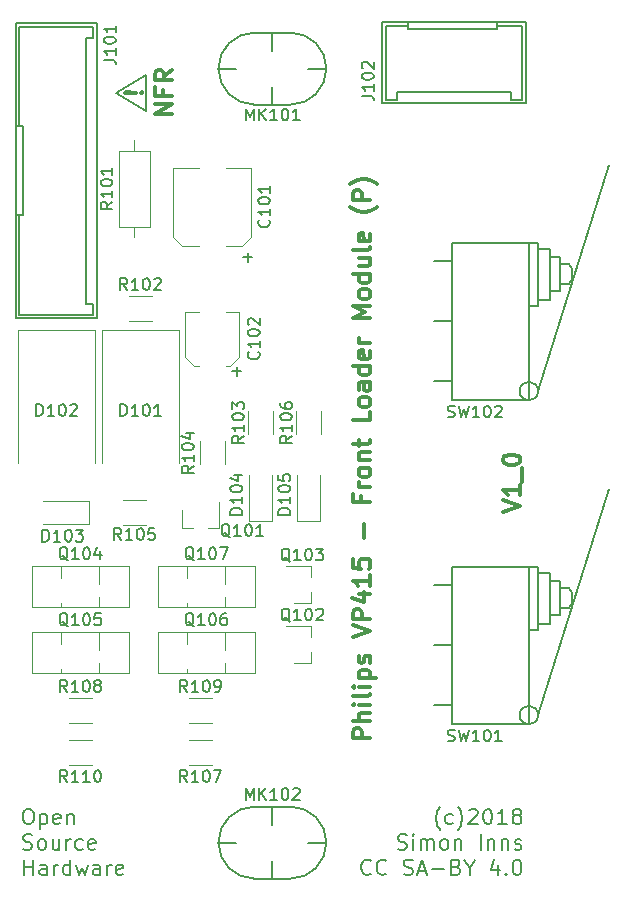
<source format=gbr>
G04 #@! TF.FileFunction,Legend,Top*
%FSLAX46Y46*%
G04 Gerber Fmt 4.6, Leading zero omitted, Abs format (unit mm)*
G04 Created by KiCad (PCBNEW 4.0.7) date 07/24/18 05:59:49*
%MOMM*%
%LPD*%
G01*
G04 APERTURE LIST*
%ADD10C,0.100000*%
%ADD11C,0.300000*%
%ADD12C,0.200000*%
%ADD13C,0.120000*%
%ADD14C,0.150000*%
G04 APERTURE END LIST*
D10*
D11*
X164278571Y-99527999D02*
X165778571Y-99027999D01*
X164278571Y-98527999D01*
X165778571Y-97242285D02*
X165778571Y-98099428D01*
X165778571Y-97670856D02*
X164278571Y-97670856D01*
X164492857Y-97813713D01*
X164635714Y-97956571D01*
X164707143Y-98099428D01*
X165921429Y-96956571D02*
X165921429Y-95813714D01*
X164278571Y-95170857D02*
X164278571Y-95028000D01*
X164350000Y-94885143D01*
X164421429Y-94813714D01*
X164564286Y-94742285D01*
X164850000Y-94670857D01*
X165207143Y-94670857D01*
X165492857Y-94742285D01*
X165635714Y-94813714D01*
X165707143Y-94885143D01*
X165778571Y-95028000D01*
X165778571Y-95170857D01*
X165707143Y-95313714D01*
X165635714Y-95385143D01*
X165492857Y-95456571D01*
X165207143Y-95528000D01*
X164850000Y-95528000D01*
X164564286Y-95456571D01*
X164421429Y-95385143D01*
X164350000Y-95313714D01*
X164278571Y-95170857D01*
D12*
X124001143Y-124646095D02*
X124248762Y-124646095D01*
X124372571Y-124708000D01*
X124496381Y-124831810D01*
X124558286Y-125079429D01*
X124558286Y-125512762D01*
X124496381Y-125760381D01*
X124372571Y-125884190D01*
X124248762Y-125946095D01*
X124001143Y-125946095D01*
X123877333Y-125884190D01*
X123753524Y-125760381D01*
X123691619Y-125512762D01*
X123691619Y-125079429D01*
X123753524Y-124831810D01*
X123877333Y-124708000D01*
X124001143Y-124646095D01*
X125115429Y-125079429D02*
X125115429Y-126379429D01*
X125115429Y-125141333D02*
X125239238Y-125079429D01*
X125486857Y-125079429D01*
X125610667Y-125141333D01*
X125672572Y-125203238D01*
X125734476Y-125327048D01*
X125734476Y-125698476D01*
X125672572Y-125822286D01*
X125610667Y-125884190D01*
X125486857Y-125946095D01*
X125239238Y-125946095D01*
X125115429Y-125884190D01*
X126786857Y-125884190D02*
X126663047Y-125946095D01*
X126415428Y-125946095D01*
X126291619Y-125884190D01*
X126229714Y-125760381D01*
X126229714Y-125265143D01*
X126291619Y-125141333D01*
X126415428Y-125079429D01*
X126663047Y-125079429D01*
X126786857Y-125141333D01*
X126848762Y-125265143D01*
X126848762Y-125388952D01*
X126229714Y-125512762D01*
X127405905Y-125079429D02*
X127405905Y-125946095D01*
X127405905Y-125203238D02*
X127467810Y-125141333D01*
X127591619Y-125079429D01*
X127777333Y-125079429D01*
X127901143Y-125141333D01*
X127963048Y-125265143D01*
X127963048Y-125946095D01*
X123691619Y-128034190D02*
X123877333Y-128096095D01*
X124186857Y-128096095D01*
X124310667Y-128034190D01*
X124372571Y-127972286D01*
X124434476Y-127848476D01*
X124434476Y-127724667D01*
X124372571Y-127600857D01*
X124310667Y-127538952D01*
X124186857Y-127477048D01*
X123939238Y-127415143D01*
X123815429Y-127353238D01*
X123753524Y-127291333D01*
X123691619Y-127167524D01*
X123691619Y-127043714D01*
X123753524Y-126919905D01*
X123815429Y-126858000D01*
X123939238Y-126796095D01*
X124248762Y-126796095D01*
X124434476Y-126858000D01*
X125177333Y-128096095D02*
X125053524Y-128034190D01*
X124991619Y-127972286D01*
X124929714Y-127848476D01*
X124929714Y-127477048D01*
X124991619Y-127353238D01*
X125053524Y-127291333D01*
X125177333Y-127229429D01*
X125363047Y-127229429D01*
X125486857Y-127291333D01*
X125548762Y-127353238D01*
X125610666Y-127477048D01*
X125610666Y-127848476D01*
X125548762Y-127972286D01*
X125486857Y-128034190D01*
X125363047Y-128096095D01*
X125177333Y-128096095D01*
X126724952Y-127229429D02*
X126724952Y-128096095D01*
X126167809Y-127229429D02*
X126167809Y-127910381D01*
X126229714Y-128034190D01*
X126353523Y-128096095D01*
X126539237Y-128096095D01*
X126663047Y-128034190D01*
X126724952Y-127972286D01*
X127343999Y-128096095D02*
X127343999Y-127229429D01*
X127343999Y-127477048D02*
X127405904Y-127353238D01*
X127467808Y-127291333D01*
X127591618Y-127229429D01*
X127715427Y-127229429D01*
X128705904Y-128034190D02*
X128582094Y-128096095D01*
X128334475Y-128096095D01*
X128210666Y-128034190D01*
X128148761Y-127972286D01*
X128086856Y-127848476D01*
X128086856Y-127477048D01*
X128148761Y-127353238D01*
X128210666Y-127291333D01*
X128334475Y-127229429D01*
X128582094Y-127229429D01*
X128705904Y-127291333D01*
X129758285Y-128034190D02*
X129634475Y-128096095D01*
X129386856Y-128096095D01*
X129263047Y-128034190D01*
X129201142Y-127910381D01*
X129201142Y-127415143D01*
X129263047Y-127291333D01*
X129386856Y-127229429D01*
X129634475Y-127229429D01*
X129758285Y-127291333D01*
X129820190Y-127415143D01*
X129820190Y-127538952D01*
X129201142Y-127662762D01*
X123753524Y-130246095D02*
X123753524Y-128946095D01*
X123753524Y-129565143D02*
X124496381Y-129565143D01*
X124496381Y-130246095D02*
X124496381Y-128946095D01*
X125672572Y-130246095D02*
X125672572Y-129565143D01*
X125610667Y-129441333D01*
X125486857Y-129379429D01*
X125239238Y-129379429D01*
X125115429Y-129441333D01*
X125672572Y-130184190D02*
X125548762Y-130246095D01*
X125239238Y-130246095D01*
X125115429Y-130184190D01*
X125053524Y-130060381D01*
X125053524Y-129936571D01*
X125115429Y-129812762D01*
X125239238Y-129750857D01*
X125548762Y-129750857D01*
X125672572Y-129688952D01*
X126291619Y-130246095D02*
X126291619Y-129379429D01*
X126291619Y-129627048D02*
X126353524Y-129503238D01*
X126415428Y-129441333D01*
X126539238Y-129379429D01*
X126663047Y-129379429D01*
X127653524Y-130246095D02*
X127653524Y-128946095D01*
X127653524Y-130184190D02*
X127529714Y-130246095D01*
X127282095Y-130246095D01*
X127158286Y-130184190D01*
X127096381Y-130122286D01*
X127034476Y-129998476D01*
X127034476Y-129627048D01*
X127096381Y-129503238D01*
X127158286Y-129441333D01*
X127282095Y-129379429D01*
X127529714Y-129379429D01*
X127653524Y-129441333D01*
X128148761Y-129379429D02*
X128396380Y-130246095D01*
X128643999Y-129627048D01*
X128891618Y-130246095D01*
X129139237Y-129379429D01*
X130191619Y-130246095D02*
X130191619Y-129565143D01*
X130129714Y-129441333D01*
X130005904Y-129379429D01*
X129758285Y-129379429D01*
X129634476Y-129441333D01*
X130191619Y-130184190D02*
X130067809Y-130246095D01*
X129758285Y-130246095D01*
X129634476Y-130184190D01*
X129572571Y-130060381D01*
X129572571Y-129936571D01*
X129634476Y-129812762D01*
X129758285Y-129750857D01*
X130067809Y-129750857D01*
X130191619Y-129688952D01*
X130810666Y-130246095D02*
X130810666Y-129379429D01*
X130810666Y-129627048D02*
X130872571Y-129503238D01*
X130934475Y-129441333D01*
X131058285Y-129379429D01*
X131182094Y-129379429D01*
X132110666Y-130184190D02*
X131986856Y-130246095D01*
X131739237Y-130246095D01*
X131615428Y-130184190D01*
X131553523Y-130060381D01*
X131553523Y-129565143D01*
X131615428Y-129441333D01*
X131739237Y-129379429D01*
X131986856Y-129379429D01*
X132110666Y-129441333D01*
X132172571Y-129565143D01*
X132172571Y-129688952D01*
X131553523Y-129812762D01*
X158996952Y-126441333D02*
X158935048Y-126379429D01*
X158811238Y-126193714D01*
X158749333Y-126069905D01*
X158687429Y-125884190D01*
X158625524Y-125574667D01*
X158625524Y-125327048D01*
X158687429Y-125017524D01*
X158749333Y-124831810D01*
X158811238Y-124708000D01*
X158935048Y-124522286D01*
X158996952Y-124460381D01*
X160049334Y-125884190D02*
X159925524Y-125946095D01*
X159677905Y-125946095D01*
X159554096Y-125884190D01*
X159492191Y-125822286D01*
X159430286Y-125698476D01*
X159430286Y-125327048D01*
X159492191Y-125203238D01*
X159554096Y-125141333D01*
X159677905Y-125079429D01*
X159925524Y-125079429D01*
X160049334Y-125141333D01*
X160482667Y-126441333D02*
X160544572Y-126379429D01*
X160668382Y-126193714D01*
X160730286Y-126069905D01*
X160792191Y-125884190D01*
X160854096Y-125574667D01*
X160854096Y-125327048D01*
X160792191Y-125017524D01*
X160730286Y-124831810D01*
X160668382Y-124708000D01*
X160544572Y-124522286D01*
X160482667Y-124460381D01*
X161411239Y-124769905D02*
X161473144Y-124708000D01*
X161596953Y-124646095D01*
X161906477Y-124646095D01*
X162030287Y-124708000D01*
X162092191Y-124769905D01*
X162154096Y-124893714D01*
X162154096Y-125017524D01*
X162092191Y-125203238D01*
X161349334Y-125946095D01*
X162154096Y-125946095D01*
X162958858Y-124646095D02*
X163082667Y-124646095D01*
X163206477Y-124708000D01*
X163268382Y-124769905D01*
X163330286Y-124893714D01*
X163392191Y-125141333D01*
X163392191Y-125450857D01*
X163330286Y-125698476D01*
X163268382Y-125822286D01*
X163206477Y-125884190D01*
X163082667Y-125946095D01*
X162958858Y-125946095D01*
X162835048Y-125884190D01*
X162773144Y-125822286D01*
X162711239Y-125698476D01*
X162649334Y-125450857D01*
X162649334Y-125141333D01*
X162711239Y-124893714D01*
X162773144Y-124769905D01*
X162835048Y-124708000D01*
X162958858Y-124646095D01*
X164630286Y-125946095D02*
X163887429Y-125946095D01*
X164258858Y-125946095D02*
X164258858Y-124646095D01*
X164135048Y-124831810D01*
X164011239Y-124955619D01*
X163887429Y-125017524D01*
X165373143Y-125203238D02*
X165249334Y-125141333D01*
X165187429Y-125079429D01*
X165125524Y-124955619D01*
X165125524Y-124893714D01*
X165187429Y-124769905D01*
X165249334Y-124708000D01*
X165373143Y-124646095D01*
X165620762Y-124646095D01*
X165744572Y-124708000D01*
X165806476Y-124769905D01*
X165868381Y-124893714D01*
X165868381Y-124955619D01*
X165806476Y-125079429D01*
X165744572Y-125141333D01*
X165620762Y-125203238D01*
X165373143Y-125203238D01*
X165249334Y-125265143D01*
X165187429Y-125327048D01*
X165125524Y-125450857D01*
X165125524Y-125698476D01*
X165187429Y-125822286D01*
X165249334Y-125884190D01*
X165373143Y-125946095D01*
X165620762Y-125946095D01*
X165744572Y-125884190D01*
X165806476Y-125822286D01*
X165868381Y-125698476D01*
X165868381Y-125450857D01*
X165806476Y-125327048D01*
X165744572Y-125265143D01*
X165620762Y-125203238D01*
X155406478Y-128034190D02*
X155592192Y-128096095D01*
X155901716Y-128096095D01*
X156025526Y-128034190D01*
X156087430Y-127972286D01*
X156149335Y-127848476D01*
X156149335Y-127724667D01*
X156087430Y-127600857D01*
X156025526Y-127538952D01*
X155901716Y-127477048D01*
X155654097Y-127415143D01*
X155530288Y-127353238D01*
X155468383Y-127291333D01*
X155406478Y-127167524D01*
X155406478Y-127043714D01*
X155468383Y-126919905D01*
X155530288Y-126858000D01*
X155654097Y-126796095D01*
X155963621Y-126796095D01*
X156149335Y-126858000D01*
X156706478Y-128096095D02*
X156706478Y-127229429D01*
X156706478Y-126796095D02*
X156644573Y-126858000D01*
X156706478Y-126919905D01*
X156768383Y-126858000D01*
X156706478Y-126796095D01*
X156706478Y-126919905D01*
X157325526Y-128096095D02*
X157325526Y-127229429D01*
X157325526Y-127353238D02*
X157387431Y-127291333D01*
X157511240Y-127229429D01*
X157696954Y-127229429D01*
X157820764Y-127291333D01*
X157882669Y-127415143D01*
X157882669Y-128096095D01*
X157882669Y-127415143D02*
X157944573Y-127291333D01*
X158068383Y-127229429D01*
X158254097Y-127229429D01*
X158377907Y-127291333D01*
X158439812Y-127415143D01*
X158439812Y-128096095D01*
X159244573Y-128096095D02*
X159120764Y-128034190D01*
X159058859Y-127972286D01*
X158996954Y-127848476D01*
X158996954Y-127477048D01*
X159058859Y-127353238D01*
X159120764Y-127291333D01*
X159244573Y-127229429D01*
X159430287Y-127229429D01*
X159554097Y-127291333D01*
X159616002Y-127353238D01*
X159677906Y-127477048D01*
X159677906Y-127848476D01*
X159616002Y-127972286D01*
X159554097Y-128034190D01*
X159430287Y-128096095D01*
X159244573Y-128096095D01*
X160235049Y-127229429D02*
X160235049Y-128096095D01*
X160235049Y-127353238D02*
X160296954Y-127291333D01*
X160420763Y-127229429D01*
X160606477Y-127229429D01*
X160730287Y-127291333D01*
X160792192Y-127415143D01*
X160792192Y-128096095D01*
X162401715Y-128096095D02*
X162401715Y-126796095D01*
X163020763Y-127229429D02*
X163020763Y-128096095D01*
X163020763Y-127353238D02*
X163082668Y-127291333D01*
X163206477Y-127229429D01*
X163392191Y-127229429D01*
X163516001Y-127291333D01*
X163577906Y-127415143D01*
X163577906Y-128096095D01*
X164196953Y-127229429D02*
X164196953Y-128096095D01*
X164196953Y-127353238D02*
X164258858Y-127291333D01*
X164382667Y-127229429D01*
X164568381Y-127229429D01*
X164692191Y-127291333D01*
X164754096Y-127415143D01*
X164754096Y-128096095D01*
X165311238Y-128034190D02*
X165435048Y-128096095D01*
X165682667Y-128096095D01*
X165806476Y-128034190D01*
X165868381Y-127910381D01*
X165868381Y-127848476D01*
X165806476Y-127724667D01*
X165682667Y-127662762D01*
X165496952Y-127662762D01*
X165373143Y-127600857D01*
X165311238Y-127477048D01*
X165311238Y-127415143D01*
X165373143Y-127291333D01*
X165496952Y-127229429D01*
X165682667Y-127229429D01*
X165806476Y-127291333D01*
X153116000Y-130122286D02*
X153054095Y-130184190D01*
X152868381Y-130246095D01*
X152744571Y-130246095D01*
X152558857Y-130184190D01*
X152435048Y-130060381D01*
X152373143Y-129936571D01*
X152311238Y-129688952D01*
X152311238Y-129503238D01*
X152373143Y-129255619D01*
X152435048Y-129131810D01*
X152558857Y-129008000D01*
X152744571Y-128946095D01*
X152868381Y-128946095D01*
X153054095Y-129008000D01*
X153116000Y-129069905D01*
X154416000Y-130122286D02*
X154354095Y-130184190D01*
X154168381Y-130246095D01*
X154044571Y-130246095D01*
X153858857Y-130184190D01*
X153735048Y-130060381D01*
X153673143Y-129936571D01*
X153611238Y-129688952D01*
X153611238Y-129503238D01*
X153673143Y-129255619D01*
X153735048Y-129131810D01*
X153858857Y-129008000D01*
X154044571Y-128946095D01*
X154168381Y-128946095D01*
X154354095Y-129008000D01*
X154416000Y-129069905D01*
X155901714Y-130184190D02*
X156087428Y-130246095D01*
X156396952Y-130246095D01*
X156520762Y-130184190D01*
X156582666Y-130122286D01*
X156644571Y-129998476D01*
X156644571Y-129874667D01*
X156582666Y-129750857D01*
X156520762Y-129688952D01*
X156396952Y-129627048D01*
X156149333Y-129565143D01*
X156025524Y-129503238D01*
X155963619Y-129441333D01*
X155901714Y-129317524D01*
X155901714Y-129193714D01*
X155963619Y-129069905D01*
X156025524Y-129008000D01*
X156149333Y-128946095D01*
X156458857Y-128946095D01*
X156644571Y-129008000D01*
X157139809Y-129874667D02*
X157758857Y-129874667D01*
X157016000Y-130246095D02*
X157449333Y-128946095D01*
X157882666Y-130246095D01*
X158316000Y-129750857D02*
X159306476Y-129750857D01*
X160358857Y-129565143D02*
X160544571Y-129627048D01*
X160606476Y-129688952D01*
X160668381Y-129812762D01*
X160668381Y-129998476D01*
X160606476Y-130122286D01*
X160544571Y-130184190D01*
X160420762Y-130246095D01*
X159925524Y-130246095D01*
X159925524Y-128946095D01*
X160358857Y-128946095D01*
X160482667Y-129008000D01*
X160544571Y-129069905D01*
X160606476Y-129193714D01*
X160606476Y-129317524D01*
X160544571Y-129441333D01*
X160482667Y-129503238D01*
X160358857Y-129565143D01*
X159925524Y-129565143D01*
X161473143Y-129627048D02*
X161473143Y-130246095D01*
X161039810Y-128946095D02*
X161473143Y-129627048D01*
X161906476Y-128946095D01*
X163887429Y-129379429D02*
X163887429Y-130246095D01*
X163577905Y-128884190D02*
X163268381Y-129812762D01*
X164073143Y-129812762D01*
X164568381Y-130122286D02*
X164630286Y-130184190D01*
X164568381Y-130246095D01*
X164506476Y-130184190D01*
X164568381Y-130122286D01*
X164568381Y-130246095D01*
X165435048Y-128946095D02*
X165558857Y-128946095D01*
X165682667Y-129008000D01*
X165744572Y-129069905D01*
X165806476Y-129193714D01*
X165868381Y-129441333D01*
X165868381Y-129750857D01*
X165806476Y-129998476D01*
X165744572Y-130122286D01*
X165682667Y-130184190D01*
X165558857Y-130246095D01*
X165435048Y-130246095D01*
X165311238Y-130184190D01*
X165249334Y-130122286D01*
X165187429Y-129998476D01*
X165125524Y-129750857D01*
X165125524Y-129441333D01*
X165187429Y-129193714D01*
X165249334Y-129069905D01*
X165311238Y-129008000D01*
X165435048Y-128946095D01*
D11*
X153078571Y-118674570D02*
X151578571Y-118674570D01*
X151578571Y-118103142D01*
X151650000Y-117960284D01*
X151721429Y-117888856D01*
X151864286Y-117817427D01*
X152078571Y-117817427D01*
X152221429Y-117888856D01*
X152292857Y-117960284D01*
X152364286Y-118103142D01*
X152364286Y-118674570D01*
X153078571Y-117174570D02*
X151578571Y-117174570D01*
X153078571Y-116531713D02*
X152292857Y-116531713D01*
X152150000Y-116603142D01*
X152078571Y-116745999D01*
X152078571Y-116960284D01*
X152150000Y-117103142D01*
X152221429Y-117174570D01*
X153078571Y-115817427D02*
X152078571Y-115817427D01*
X151578571Y-115817427D02*
X151650000Y-115888856D01*
X151721429Y-115817427D01*
X151650000Y-115745999D01*
X151578571Y-115817427D01*
X151721429Y-115817427D01*
X153078571Y-114888855D02*
X153007143Y-115031713D01*
X152864286Y-115103141D01*
X151578571Y-115103141D01*
X153078571Y-114317427D02*
X152078571Y-114317427D01*
X151578571Y-114317427D02*
X151650000Y-114388856D01*
X151721429Y-114317427D01*
X151650000Y-114245999D01*
X151578571Y-114317427D01*
X151721429Y-114317427D01*
X152078571Y-113603141D02*
X153578571Y-113603141D01*
X152150000Y-113603141D02*
X152078571Y-113460284D01*
X152078571Y-113174570D01*
X152150000Y-113031713D01*
X152221429Y-112960284D01*
X152364286Y-112888855D01*
X152792857Y-112888855D01*
X152935714Y-112960284D01*
X153007143Y-113031713D01*
X153078571Y-113174570D01*
X153078571Y-113460284D01*
X153007143Y-113603141D01*
X153007143Y-112317427D02*
X153078571Y-112174570D01*
X153078571Y-111888855D01*
X153007143Y-111745998D01*
X152864286Y-111674570D01*
X152792857Y-111674570D01*
X152650000Y-111745998D01*
X152578571Y-111888855D01*
X152578571Y-112103141D01*
X152507143Y-112245998D01*
X152364286Y-112317427D01*
X152292857Y-112317427D01*
X152150000Y-112245998D01*
X152078571Y-112103141D01*
X152078571Y-111888855D01*
X152150000Y-111745998D01*
X151578571Y-110103141D02*
X153078571Y-109603141D01*
X151578571Y-109103141D01*
X153078571Y-108603141D02*
X151578571Y-108603141D01*
X151578571Y-108031713D01*
X151650000Y-107888855D01*
X151721429Y-107817427D01*
X151864286Y-107745998D01*
X152078571Y-107745998D01*
X152221429Y-107817427D01*
X152292857Y-107888855D01*
X152364286Y-108031713D01*
X152364286Y-108603141D01*
X152078571Y-106460284D02*
X153078571Y-106460284D01*
X151507143Y-106817427D02*
X152578571Y-107174570D01*
X152578571Y-106245998D01*
X153078571Y-104888856D02*
X153078571Y-105745999D01*
X153078571Y-105317427D02*
X151578571Y-105317427D01*
X151792857Y-105460284D01*
X151935714Y-105603142D01*
X152007143Y-105745999D01*
X151578571Y-103531713D02*
X151578571Y-104245999D01*
X152292857Y-104317428D01*
X152221429Y-104245999D01*
X152150000Y-104103142D01*
X152150000Y-103745999D01*
X152221429Y-103603142D01*
X152292857Y-103531713D01*
X152435714Y-103460285D01*
X152792857Y-103460285D01*
X152935714Y-103531713D01*
X153007143Y-103603142D01*
X153078571Y-103745999D01*
X153078571Y-104103142D01*
X153007143Y-104245999D01*
X152935714Y-104317428D01*
X152507143Y-101674571D02*
X152507143Y-100531714D01*
X152292857Y-98174571D02*
X152292857Y-98674571D01*
X153078571Y-98674571D02*
X151578571Y-98674571D01*
X151578571Y-97960285D01*
X153078571Y-97388857D02*
X152078571Y-97388857D01*
X152364286Y-97388857D02*
X152221429Y-97317429D01*
X152150000Y-97246000D01*
X152078571Y-97103143D01*
X152078571Y-96960286D01*
X153078571Y-96246000D02*
X153007143Y-96388858D01*
X152935714Y-96460286D01*
X152792857Y-96531715D01*
X152364286Y-96531715D01*
X152221429Y-96460286D01*
X152150000Y-96388858D01*
X152078571Y-96246000D01*
X152078571Y-96031715D01*
X152150000Y-95888858D01*
X152221429Y-95817429D01*
X152364286Y-95746000D01*
X152792857Y-95746000D01*
X152935714Y-95817429D01*
X153007143Y-95888858D01*
X153078571Y-96031715D01*
X153078571Y-96246000D01*
X152078571Y-95103143D02*
X153078571Y-95103143D01*
X152221429Y-95103143D02*
X152150000Y-95031715D01*
X152078571Y-94888857D01*
X152078571Y-94674572D01*
X152150000Y-94531715D01*
X152292857Y-94460286D01*
X153078571Y-94460286D01*
X152078571Y-93960286D02*
X152078571Y-93388857D01*
X151578571Y-93746000D02*
X152864286Y-93746000D01*
X153007143Y-93674572D01*
X153078571Y-93531714D01*
X153078571Y-93388857D01*
X153078571Y-91031714D02*
X153078571Y-91746000D01*
X151578571Y-91746000D01*
X153078571Y-90317428D02*
X153007143Y-90460286D01*
X152935714Y-90531714D01*
X152792857Y-90603143D01*
X152364286Y-90603143D01*
X152221429Y-90531714D01*
X152150000Y-90460286D01*
X152078571Y-90317428D01*
X152078571Y-90103143D01*
X152150000Y-89960286D01*
X152221429Y-89888857D01*
X152364286Y-89817428D01*
X152792857Y-89817428D01*
X152935714Y-89888857D01*
X153007143Y-89960286D01*
X153078571Y-90103143D01*
X153078571Y-90317428D01*
X153078571Y-88531714D02*
X152292857Y-88531714D01*
X152150000Y-88603143D01*
X152078571Y-88746000D01*
X152078571Y-89031714D01*
X152150000Y-89174571D01*
X153007143Y-88531714D02*
X153078571Y-88674571D01*
X153078571Y-89031714D01*
X153007143Y-89174571D01*
X152864286Y-89246000D01*
X152721429Y-89246000D01*
X152578571Y-89174571D01*
X152507143Y-89031714D01*
X152507143Y-88674571D01*
X152435714Y-88531714D01*
X153078571Y-87174571D02*
X151578571Y-87174571D01*
X153007143Y-87174571D02*
X153078571Y-87317428D01*
X153078571Y-87603142D01*
X153007143Y-87746000D01*
X152935714Y-87817428D01*
X152792857Y-87888857D01*
X152364286Y-87888857D01*
X152221429Y-87817428D01*
X152150000Y-87746000D01*
X152078571Y-87603142D01*
X152078571Y-87317428D01*
X152150000Y-87174571D01*
X153007143Y-85888857D02*
X153078571Y-86031714D01*
X153078571Y-86317428D01*
X153007143Y-86460285D01*
X152864286Y-86531714D01*
X152292857Y-86531714D01*
X152150000Y-86460285D01*
X152078571Y-86317428D01*
X152078571Y-86031714D01*
X152150000Y-85888857D01*
X152292857Y-85817428D01*
X152435714Y-85817428D01*
X152578571Y-86531714D01*
X153078571Y-85174571D02*
X152078571Y-85174571D01*
X152364286Y-85174571D02*
X152221429Y-85103143D01*
X152150000Y-85031714D01*
X152078571Y-84888857D01*
X152078571Y-84746000D01*
X153078571Y-83103143D02*
X151578571Y-83103143D01*
X152650000Y-82603143D01*
X151578571Y-82103143D01*
X153078571Y-82103143D01*
X153078571Y-81174571D02*
X153007143Y-81317429D01*
X152935714Y-81388857D01*
X152792857Y-81460286D01*
X152364286Y-81460286D01*
X152221429Y-81388857D01*
X152150000Y-81317429D01*
X152078571Y-81174571D01*
X152078571Y-80960286D01*
X152150000Y-80817429D01*
X152221429Y-80746000D01*
X152364286Y-80674571D01*
X152792857Y-80674571D01*
X152935714Y-80746000D01*
X153007143Y-80817429D01*
X153078571Y-80960286D01*
X153078571Y-81174571D01*
X153078571Y-79388857D02*
X151578571Y-79388857D01*
X153007143Y-79388857D02*
X153078571Y-79531714D01*
X153078571Y-79817428D01*
X153007143Y-79960286D01*
X152935714Y-80031714D01*
X152792857Y-80103143D01*
X152364286Y-80103143D01*
X152221429Y-80031714D01*
X152150000Y-79960286D01*
X152078571Y-79817428D01*
X152078571Y-79531714D01*
X152150000Y-79388857D01*
X152078571Y-78031714D02*
X153078571Y-78031714D01*
X152078571Y-78674571D02*
X152864286Y-78674571D01*
X153007143Y-78603143D01*
X153078571Y-78460285D01*
X153078571Y-78246000D01*
X153007143Y-78103143D01*
X152935714Y-78031714D01*
X153078571Y-77103142D02*
X153007143Y-77246000D01*
X152864286Y-77317428D01*
X151578571Y-77317428D01*
X153007143Y-75960286D02*
X153078571Y-76103143D01*
X153078571Y-76388857D01*
X153007143Y-76531714D01*
X152864286Y-76603143D01*
X152292857Y-76603143D01*
X152150000Y-76531714D01*
X152078571Y-76388857D01*
X152078571Y-76103143D01*
X152150000Y-75960286D01*
X152292857Y-75888857D01*
X152435714Y-75888857D01*
X152578571Y-76603143D01*
X153650000Y-73674572D02*
X153578571Y-73746000D01*
X153364286Y-73888857D01*
X153221429Y-73960286D01*
X153007143Y-74031715D01*
X152650000Y-74103143D01*
X152364286Y-74103143D01*
X152007143Y-74031715D01*
X151792857Y-73960286D01*
X151650000Y-73888857D01*
X151435714Y-73746000D01*
X151364286Y-73674572D01*
X153078571Y-73103143D02*
X151578571Y-73103143D01*
X151578571Y-72531715D01*
X151650000Y-72388857D01*
X151721429Y-72317429D01*
X151864286Y-72246000D01*
X152078571Y-72246000D01*
X152221429Y-72317429D01*
X152292857Y-72388857D01*
X152364286Y-72531715D01*
X152364286Y-73103143D01*
X153650000Y-71746000D02*
X153578571Y-71674572D01*
X153364286Y-71531715D01*
X153221429Y-71460286D01*
X153007143Y-71388857D01*
X152650000Y-71317429D01*
X152364286Y-71317429D01*
X152007143Y-71388857D01*
X151792857Y-71460286D01*
X151650000Y-71531715D01*
X151435714Y-71674572D01*
X151364286Y-71746000D01*
X136314571Y-65829428D02*
X134814571Y-65829428D01*
X136314571Y-64972285D01*
X134814571Y-64972285D01*
X135528857Y-63757999D02*
X135528857Y-64257999D01*
X136314571Y-64257999D02*
X134814571Y-64257999D01*
X134814571Y-63543713D01*
X136314571Y-62115142D02*
X135600286Y-62615142D01*
X136314571Y-62972285D02*
X134814571Y-62972285D01*
X134814571Y-62400857D01*
X134886000Y-62257999D01*
X134957429Y-62186571D01*
X135100286Y-62115142D01*
X135314571Y-62115142D01*
X135457429Y-62186571D01*
X135528857Y-62257999D01*
X135600286Y-62400857D01*
X135600286Y-62972285D01*
D12*
X134112000Y-65532000D02*
X131572000Y-64008000D01*
X134112000Y-65024000D02*
X134112000Y-65532000D01*
X134112000Y-62484000D02*
X134112000Y-65024000D01*
X131572000Y-64008000D02*
X134112000Y-62484000D01*
D11*
X133631714Y-64008000D02*
X133703143Y-63936572D01*
X133774571Y-64008000D01*
X133703143Y-64079429D01*
X133631714Y-64008000D01*
X133774571Y-64008000D01*
X133203143Y-64008000D02*
X132346000Y-64079429D01*
X132274571Y-64008000D01*
X132346000Y-63936572D01*
X133203143Y-64008000D01*
X132274571Y-64008000D01*
D13*
X142240000Y-76960000D02*
X140820000Y-76960000D01*
X143000000Y-70360000D02*
X140820000Y-70360000D01*
X136400000Y-70360000D02*
X138580000Y-70360000D01*
X137160000Y-76960000D02*
X138580000Y-76960000D01*
X143000000Y-70360000D02*
X143000000Y-76200000D01*
X143000000Y-76200000D02*
X142240000Y-76960000D01*
X137160000Y-76960000D02*
X136400000Y-76200000D01*
X136400000Y-76200000D02*
X136400000Y-70360000D01*
X138180000Y-87126000D02*
X138580000Y-87126000D01*
X137410000Y-82546000D02*
X138580000Y-82546000D01*
X141990000Y-82546000D02*
X140820000Y-82546000D01*
X141220000Y-87126000D02*
X140820000Y-87126000D01*
X141990000Y-86356000D02*
X141990000Y-82546000D01*
X141990000Y-86356000D02*
X141220000Y-87126000D01*
X137410000Y-86356000D02*
X137410000Y-82546000D01*
X137410000Y-86356000D02*
X138180000Y-87126000D01*
X130354000Y-84132000D02*
X136854000Y-84132000D01*
X130354000Y-84132000D02*
X130354000Y-95332000D01*
X136854000Y-84132000D02*
X136854000Y-95332000D01*
X123242000Y-84132000D02*
X129742000Y-84132000D01*
X123242000Y-84132000D02*
X123242000Y-95332000D01*
X129742000Y-84132000D02*
X129742000Y-95332000D01*
D14*
X123367000Y-74362000D02*
X123367000Y-82799500D01*
X123367000Y-58424500D02*
X123367000Y-66862000D01*
X123367000Y-66862000D02*
X123679500Y-66862000D01*
X123679500Y-66862000D02*
X123679500Y-74362000D01*
X123679500Y-74362000D02*
X123367000Y-74362000D01*
X123367000Y-74362000D02*
X123054500Y-74362000D01*
X123367000Y-66862000D02*
X123054500Y-66862000D01*
X129617000Y-81862000D02*
X129617000Y-82799500D01*
X129617000Y-58424500D02*
X129617000Y-59362000D01*
X128992000Y-80299500D02*
X128992000Y-81862000D01*
X128992000Y-81862000D02*
X129617000Y-81862000D01*
X129617000Y-59362000D02*
X128992000Y-59362000D01*
X128992000Y-59362000D02*
X128992000Y-60924500D01*
X128992000Y-60924500D02*
X128992000Y-80299500D01*
X123054500Y-58112000D02*
X129929500Y-58112000D01*
X123054500Y-83112000D02*
X129929500Y-83112000D01*
X123367000Y-58424500D02*
X129617000Y-58424500D01*
X123367000Y-82799500D02*
X129617000Y-82799500D01*
X123054500Y-58112000D02*
X123054500Y-83112000D01*
X129929500Y-58112000D02*
X129929500Y-83112000D01*
X154082500Y-64905500D02*
X166270000Y-64905500D01*
X166270000Y-58030500D02*
X154082500Y-58030500D01*
X156895000Y-63968000D02*
X163457500Y-63968000D01*
X154082500Y-58030500D02*
X154082500Y-64905500D01*
X156270000Y-58343000D02*
X154395000Y-58343000D01*
X165957500Y-58343000D02*
X163770000Y-58343000D01*
X163770000Y-58343000D02*
X163770000Y-58655500D01*
X163770000Y-58655500D02*
X156270000Y-58655500D01*
X156270000Y-58655500D02*
X156270000Y-58343000D01*
X156270000Y-58343000D02*
X156270000Y-58030500D01*
X163770000Y-58343000D02*
X163770000Y-58030500D01*
X155332500Y-64593000D02*
X154395000Y-64593000D01*
X165957500Y-64593000D02*
X165020000Y-64593000D01*
X156895000Y-63968000D02*
X155332500Y-63968000D01*
X155332500Y-63968000D02*
X155332500Y-64593000D01*
X165020000Y-64593000D02*
X165020000Y-63968000D01*
X165020000Y-63968000D02*
X163457500Y-63968000D01*
X166270000Y-58030500D02*
X166270000Y-64905500D01*
X165957500Y-58343000D02*
X165957500Y-64593000D01*
X154395000Y-58343000D02*
X154395000Y-64593000D01*
X144780000Y-63500000D02*
X144780000Y-65024000D01*
X141732000Y-61976000D02*
X140208000Y-61976000D01*
X144780000Y-60452000D02*
X144780000Y-58928000D01*
X147828000Y-61976000D02*
X149352000Y-61976000D01*
X143256000Y-65024000D02*
X146304000Y-65024000D01*
X143256000Y-58928000D02*
X146304000Y-58928000D01*
X140208000Y-61976000D02*
G75*
G03X143256000Y-65024000I3048000J0D01*
G01*
X149352000Y-61976000D02*
G75*
G03X146304000Y-58928000I-3048000J0D01*
G01*
X146304000Y-65024000D02*
G75*
G03X149352000Y-61976000I0J3048000D01*
G01*
X143256000Y-58928000D02*
G75*
G03X140208000Y-61976000I0J-3048000D01*
G01*
X144780000Y-129032000D02*
X144780000Y-130556000D01*
X141732000Y-127508000D02*
X140208000Y-127508000D01*
X144780000Y-125984000D02*
X144780000Y-124460000D01*
X147828000Y-127508000D02*
X149352000Y-127508000D01*
X143256000Y-130556000D02*
X146304000Y-130556000D01*
X143256000Y-124460000D02*
X146304000Y-124460000D01*
X140208000Y-127508000D02*
G75*
G03X143256000Y-130556000I3048000J0D01*
G01*
X149352000Y-127508000D02*
G75*
G03X146304000Y-124460000I-3048000J0D01*
G01*
X146304000Y-130556000D02*
G75*
G03X149352000Y-127508000I0J3048000D01*
G01*
X143256000Y-124460000D02*
G75*
G03X140208000Y-127508000I0J-3048000D01*
G01*
D13*
X137104000Y-100836000D02*
X138034000Y-100836000D01*
X140264000Y-100836000D02*
X139334000Y-100836000D01*
X140264000Y-100836000D02*
X140264000Y-98676000D01*
X137104000Y-100836000D02*
X137104000Y-99376000D01*
X148080000Y-112324000D02*
X148080000Y-111394000D01*
X148080000Y-109164000D02*
X148080000Y-110094000D01*
X148080000Y-109164000D02*
X145920000Y-109164000D01*
X148080000Y-112324000D02*
X146620000Y-112324000D01*
X148080000Y-107244000D02*
X148080000Y-106314000D01*
X148080000Y-104084000D02*
X148080000Y-105014000D01*
X148080000Y-104084000D02*
X145920000Y-104084000D01*
X148080000Y-107244000D02*
X146620000Y-107244000D01*
X124404000Y-104052000D02*
X132644000Y-104052000D01*
X124404000Y-107542000D02*
X132644000Y-107542000D01*
X124404000Y-104052000D02*
X124404000Y-107542000D01*
X132644000Y-104052000D02*
X132644000Y-107542000D01*
X126924000Y-104052000D02*
X126924000Y-105122000D01*
X126924000Y-107222000D02*
X126924000Y-107542000D01*
X130125000Y-104052000D02*
X130125000Y-105632000D01*
X130125000Y-106712000D02*
X130125000Y-107542000D01*
X124404000Y-109640000D02*
X132644000Y-109640000D01*
X124404000Y-113130000D02*
X132644000Y-113130000D01*
X124404000Y-109640000D02*
X124404000Y-113130000D01*
X132644000Y-109640000D02*
X132644000Y-113130000D01*
X126924000Y-109640000D02*
X126924000Y-110710000D01*
X126924000Y-112810000D02*
X126924000Y-113130000D01*
X130125000Y-109640000D02*
X130125000Y-111220000D01*
X130125000Y-112300000D02*
X130125000Y-113130000D01*
X135072000Y-109640000D02*
X143312000Y-109640000D01*
X135072000Y-113130000D02*
X143312000Y-113130000D01*
X135072000Y-109640000D02*
X135072000Y-113130000D01*
X143312000Y-109640000D02*
X143312000Y-113130000D01*
X137592000Y-109640000D02*
X137592000Y-110710000D01*
X137592000Y-112810000D02*
X137592000Y-113130000D01*
X140793000Y-109640000D02*
X140793000Y-111220000D01*
X140793000Y-112300000D02*
X140793000Y-113130000D01*
X135072000Y-104052000D02*
X143312000Y-104052000D01*
X135072000Y-107542000D02*
X143312000Y-107542000D01*
X135072000Y-104052000D02*
X135072000Y-107542000D01*
X143312000Y-104052000D02*
X143312000Y-107542000D01*
X137592000Y-104052000D02*
X137592000Y-105122000D01*
X137592000Y-107222000D02*
X137592000Y-107542000D01*
X140793000Y-104052000D02*
X140793000Y-105632000D01*
X140793000Y-106712000D02*
X140793000Y-107542000D01*
X131786000Y-75346000D02*
X134406000Y-75346000D01*
X134406000Y-75346000D02*
X134406000Y-68926000D01*
X134406000Y-68926000D02*
X131786000Y-68926000D01*
X131786000Y-68926000D02*
X131786000Y-75346000D01*
X133096000Y-76236000D02*
X133096000Y-75346000D01*
X133096000Y-68036000D02*
X133096000Y-68926000D01*
X132604000Y-81226000D02*
X134604000Y-81226000D01*
X134604000Y-83366000D02*
X132604000Y-83366000D01*
X144834000Y-90948000D02*
X144834000Y-92948000D01*
X142694000Y-92948000D02*
X142694000Y-90948000D01*
X140770000Y-93488000D02*
X140770000Y-95488000D01*
X138630000Y-95488000D02*
X138630000Y-93488000D01*
X132096000Y-98498000D02*
X134096000Y-98498000D01*
X134096000Y-100638000D02*
X132096000Y-100638000D01*
X148898000Y-90948000D02*
X148898000Y-92948000D01*
X146758000Y-92948000D02*
X146758000Y-90948000D01*
X139684000Y-120958000D02*
X137684000Y-120958000D01*
X137684000Y-118818000D02*
X139684000Y-118818000D01*
X127524000Y-115262000D02*
X129524000Y-115262000D01*
X129524000Y-117402000D02*
X127524000Y-117402000D01*
X139684000Y-117402000D02*
X137684000Y-117402000D01*
X137684000Y-115262000D02*
X139684000Y-115262000D01*
X127524000Y-118818000D02*
X129524000Y-118818000D01*
X129524000Y-120958000D02*
X127524000Y-120958000D01*
D14*
X170180000Y-107061000D02*
X170180000Y-107188000D01*
X170180000Y-107188000D02*
X169926000Y-107632500D01*
X169926000Y-107632500D02*
X169164000Y-107632500D01*
X169164000Y-105981500D02*
X169926000Y-105981500D01*
X169926000Y-105981500D02*
X170180000Y-106362500D01*
X170180000Y-106362500D02*
X170180000Y-107061000D01*
X167259000Y-116713000D02*
X173291500Y-97536000D01*
X167282452Y-116713000D02*
G75*
G03X167282452Y-116713000I-785452J0D01*
G01*
X168275000Y-105346500D02*
X169164000Y-105346500D01*
X169164000Y-105346500D02*
X169164000Y-108267500D01*
X169164000Y-108267500D02*
X168275000Y-108267500D01*
X167259000Y-104648000D02*
X168275000Y-104648000D01*
X168275000Y-104648000D02*
X168275000Y-108966000D01*
X168275000Y-108966000D02*
X167259000Y-108966000D01*
X166497000Y-104140000D02*
X167259000Y-104140000D01*
X167259000Y-104140000D02*
X167259000Y-109474000D01*
X167259000Y-109474000D02*
X166497000Y-109474000D01*
X160020000Y-115887500D02*
X158496000Y-115887500D01*
X160020000Y-110807500D02*
X158496000Y-110807500D01*
X160020000Y-105727500D02*
X158496000Y-105727500D01*
X166497000Y-104140000D02*
X166497000Y-117475000D01*
X166497000Y-117475000D02*
X160020000Y-117475000D01*
X160020000Y-104140000D02*
X166497000Y-104140000D01*
X160020000Y-104140000D02*
X160020000Y-117475000D01*
X170180000Y-79629000D02*
X170180000Y-79756000D01*
X170180000Y-79756000D02*
X169926000Y-80200500D01*
X169926000Y-80200500D02*
X169164000Y-80200500D01*
X169164000Y-78549500D02*
X169926000Y-78549500D01*
X169926000Y-78549500D02*
X170180000Y-78930500D01*
X170180000Y-78930500D02*
X170180000Y-79629000D01*
X167259000Y-89281000D02*
X173291500Y-70104000D01*
X167282452Y-89281000D02*
G75*
G03X167282452Y-89281000I-785452J0D01*
G01*
X168275000Y-77914500D02*
X169164000Y-77914500D01*
X169164000Y-77914500D02*
X169164000Y-80835500D01*
X169164000Y-80835500D02*
X168275000Y-80835500D01*
X167259000Y-77216000D02*
X168275000Y-77216000D01*
X168275000Y-77216000D02*
X168275000Y-81534000D01*
X168275000Y-81534000D02*
X167259000Y-81534000D01*
X166497000Y-76708000D02*
X167259000Y-76708000D01*
X167259000Y-76708000D02*
X167259000Y-82042000D01*
X167259000Y-82042000D02*
X166497000Y-82042000D01*
X160020000Y-88455500D02*
X158496000Y-88455500D01*
X160020000Y-83375500D02*
X158496000Y-83375500D01*
X160020000Y-78295500D02*
X158496000Y-78295500D01*
X166497000Y-76708000D02*
X166497000Y-90043000D01*
X166497000Y-90043000D02*
X160020000Y-90043000D01*
X160020000Y-76708000D02*
X166497000Y-76708000D01*
X160020000Y-76708000D02*
X160020000Y-90043000D01*
D13*
X129250000Y-100568000D02*
X129250000Y-98568000D01*
X129250000Y-98568000D02*
X125350000Y-98568000D01*
X129250000Y-100568000D02*
X125350000Y-100568000D01*
X142764000Y-100294000D02*
X144764000Y-100294000D01*
X144764000Y-100294000D02*
X144764000Y-96394000D01*
X142764000Y-100294000D02*
X142764000Y-96394000D01*
X146828000Y-100294000D02*
X148828000Y-100294000D01*
X148828000Y-100294000D02*
X148828000Y-96394000D01*
X146828000Y-100294000D02*
X146828000Y-96394000D01*
D14*
X144487143Y-74779047D02*
X144534762Y-74826666D01*
X144582381Y-74969523D01*
X144582381Y-75064761D01*
X144534762Y-75207619D01*
X144439524Y-75302857D01*
X144344286Y-75350476D01*
X144153810Y-75398095D01*
X144010952Y-75398095D01*
X143820476Y-75350476D01*
X143725238Y-75302857D01*
X143630000Y-75207619D01*
X143582381Y-75064761D01*
X143582381Y-74969523D01*
X143630000Y-74826666D01*
X143677619Y-74779047D01*
X144582381Y-73826666D02*
X144582381Y-74398095D01*
X144582381Y-74112381D02*
X143582381Y-74112381D01*
X143725238Y-74207619D01*
X143820476Y-74302857D01*
X143868095Y-74398095D01*
X143582381Y-73207619D02*
X143582381Y-73112380D01*
X143630000Y-73017142D01*
X143677619Y-72969523D01*
X143772857Y-72921904D01*
X143963333Y-72874285D01*
X144201429Y-72874285D01*
X144391905Y-72921904D01*
X144487143Y-72969523D01*
X144534762Y-73017142D01*
X144582381Y-73112380D01*
X144582381Y-73207619D01*
X144534762Y-73302857D01*
X144487143Y-73350476D01*
X144391905Y-73398095D01*
X144201429Y-73445714D01*
X143963333Y-73445714D01*
X143772857Y-73398095D01*
X143677619Y-73350476D01*
X143630000Y-73302857D01*
X143582381Y-73207619D01*
X144582381Y-71921904D02*
X144582381Y-72493333D01*
X144582381Y-72207619D02*
X143582381Y-72207619D01*
X143725238Y-72302857D01*
X143820476Y-72398095D01*
X143868095Y-72493333D01*
X142681429Y-78320952D02*
X142681429Y-77559047D01*
X143062381Y-77939999D02*
X142300476Y-77939999D01*
X143597143Y-85955047D02*
X143644762Y-86002666D01*
X143692381Y-86145523D01*
X143692381Y-86240761D01*
X143644762Y-86383619D01*
X143549524Y-86478857D01*
X143454286Y-86526476D01*
X143263810Y-86574095D01*
X143120952Y-86574095D01*
X142930476Y-86526476D01*
X142835238Y-86478857D01*
X142740000Y-86383619D01*
X142692381Y-86240761D01*
X142692381Y-86145523D01*
X142740000Y-86002666D01*
X142787619Y-85955047D01*
X143692381Y-85002666D02*
X143692381Y-85574095D01*
X143692381Y-85288381D02*
X142692381Y-85288381D01*
X142835238Y-85383619D01*
X142930476Y-85478857D01*
X142978095Y-85574095D01*
X142692381Y-84383619D02*
X142692381Y-84288380D01*
X142740000Y-84193142D01*
X142787619Y-84145523D01*
X142882857Y-84097904D01*
X143073333Y-84050285D01*
X143311429Y-84050285D01*
X143501905Y-84097904D01*
X143597143Y-84145523D01*
X143644762Y-84193142D01*
X143692381Y-84288380D01*
X143692381Y-84383619D01*
X143644762Y-84478857D01*
X143597143Y-84526476D01*
X143501905Y-84574095D01*
X143311429Y-84621714D01*
X143073333Y-84621714D01*
X142882857Y-84574095D01*
X142787619Y-84526476D01*
X142740000Y-84478857D01*
X142692381Y-84383619D01*
X142787619Y-83669333D02*
X142740000Y-83621714D01*
X142692381Y-83526476D01*
X142692381Y-83288380D01*
X142740000Y-83193142D01*
X142787619Y-83145523D01*
X142882857Y-83097904D01*
X142978095Y-83097904D01*
X143120952Y-83145523D01*
X143692381Y-83716952D01*
X143692381Y-83097904D01*
X141781429Y-87986952D02*
X141781429Y-87225047D01*
X142162381Y-87605999D02*
X141400476Y-87605999D01*
X131913524Y-91384381D02*
X131913524Y-90384381D01*
X132151619Y-90384381D01*
X132294477Y-90432000D01*
X132389715Y-90527238D01*
X132437334Y-90622476D01*
X132484953Y-90812952D01*
X132484953Y-90955810D01*
X132437334Y-91146286D01*
X132389715Y-91241524D01*
X132294477Y-91336762D01*
X132151619Y-91384381D01*
X131913524Y-91384381D01*
X133437334Y-91384381D02*
X132865905Y-91384381D01*
X133151619Y-91384381D02*
X133151619Y-90384381D01*
X133056381Y-90527238D01*
X132961143Y-90622476D01*
X132865905Y-90670095D01*
X134056381Y-90384381D02*
X134151620Y-90384381D01*
X134246858Y-90432000D01*
X134294477Y-90479619D01*
X134342096Y-90574857D01*
X134389715Y-90765333D01*
X134389715Y-91003429D01*
X134342096Y-91193905D01*
X134294477Y-91289143D01*
X134246858Y-91336762D01*
X134151620Y-91384381D01*
X134056381Y-91384381D01*
X133961143Y-91336762D01*
X133913524Y-91289143D01*
X133865905Y-91193905D01*
X133818286Y-91003429D01*
X133818286Y-90765333D01*
X133865905Y-90574857D01*
X133913524Y-90479619D01*
X133961143Y-90432000D01*
X134056381Y-90384381D01*
X135342096Y-91384381D02*
X134770667Y-91384381D01*
X135056381Y-91384381D02*
X135056381Y-90384381D01*
X134961143Y-90527238D01*
X134865905Y-90622476D01*
X134770667Y-90670095D01*
X124801524Y-91384381D02*
X124801524Y-90384381D01*
X125039619Y-90384381D01*
X125182477Y-90432000D01*
X125277715Y-90527238D01*
X125325334Y-90622476D01*
X125372953Y-90812952D01*
X125372953Y-90955810D01*
X125325334Y-91146286D01*
X125277715Y-91241524D01*
X125182477Y-91336762D01*
X125039619Y-91384381D01*
X124801524Y-91384381D01*
X126325334Y-91384381D02*
X125753905Y-91384381D01*
X126039619Y-91384381D02*
X126039619Y-90384381D01*
X125944381Y-90527238D01*
X125849143Y-90622476D01*
X125753905Y-90670095D01*
X126944381Y-90384381D02*
X127039620Y-90384381D01*
X127134858Y-90432000D01*
X127182477Y-90479619D01*
X127230096Y-90574857D01*
X127277715Y-90765333D01*
X127277715Y-91003429D01*
X127230096Y-91193905D01*
X127182477Y-91289143D01*
X127134858Y-91336762D01*
X127039620Y-91384381D01*
X126944381Y-91384381D01*
X126849143Y-91336762D01*
X126801524Y-91289143D01*
X126753905Y-91193905D01*
X126706286Y-91003429D01*
X126706286Y-90765333D01*
X126753905Y-90574857D01*
X126801524Y-90479619D01*
X126849143Y-90432000D01*
X126944381Y-90384381D01*
X127658667Y-90479619D02*
X127706286Y-90432000D01*
X127801524Y-90384381D01*
X128039620Y-90384381D01*
X128134858Y-90432000D01*
X128182477Y-90479619D01*
X128230096Y-90574857D01*
X128230096Y-90670095D01*
X128182477Y-90812952D01*
X127611048Y-91384381D01*
X128230096Y-91384381D01*
X130516381Y-61229714D02*
X131230667Y-61229714D01*
X131373524Y-61277334D01*
X131468762Y-61372572D01*
X131516381Y-61515429D01*
X131516381Y-61610667D01*
X131516381Y-60229714D02*
X131516381Y-60801143D01*
X131516381Y-60515429D02*
X130516381Y-60515429D01*
X130659238Y-60610667D01*
X130754476Y-60705905D01*
X130802095Y-60801143D01*
X130516381Y-59610667D02*
X130516381Y-59515428D01*
X130564000Y-59420190D01*
X130611619Y-59372571D01*
X130706857Y-59324952D01*
X130897333Y-59277333D01*
X131135429Y-59277333D01*
X131325905Y-59324952D01*
X131421143Y-59372571D01*
X131468762Y-59420190D01*
X131516381Y-59515428D01*
X131516381Y-59610667D01*
X131468762Y-59705905D01*
X131421143Y-59753524D01*
X131325905Y-59801143D01*
X131135429Y-59848762D01*
X130897333Y-59848762D01*
X130706857Y-59801143D01*
X130611619Y-59753524D01*
X130564000Y-59705905D01*
X130516381Y-59610667D01*
X131516381Y-58324952D02*
X131516381Y-58896381D01*
X131516381Y-58610667D02*
X130516381Y-58610667D01*
X130659238Y-58705905D01*
X130754476Y-58801143D01*
X130802095Y-58896381D01*
X152360381Y-64277714D02*
X153074667Y-64277714D01*
X153217524Y-64325334D01*
X153312762Y-64420572D01*
X153360381Y-64563429D01*
X153360381Y-64658667D01*
X153360381Y-63277714D02*
X153360381Y-63849143D01*
X153360381Y-63563429D02*
X152360381Y-63563429D01*
X152503238Y-63658667D01*
X152598476Y-63753905D01*
X152646095Y-63849143D01*
X152360381Y-62658667D02*
X152360381Y-62563428D01*
X152408000Y-62468190D01*
X152455619Y-62420571D01*
X152550857Y-62372952D01*
X152741333Y-62325333D01*
X152979429Y-62325333D01*
X153169905Y-62372952D01*
X153265143Y-62420571D01*
X153312762Y-62468190D01*
X153360381Y-62563428D01*
X153360381Y-62658667D01*
X153312762Y-62753905D01*
X153265143Y-62801524D01*
X153169905Y-62849143D01*
X152979429Y-62896762D01*
X152741333Y-62896762D01*
X152550857Y-62849143D01*
X152455619Y-62801524D01*
X152408000Y-62753905D01*
X152360381Y-62658667D01*
X152455619Y-61944381D02*
X152408000Y-61896762D01*
X152360381Y-61801524D01*
X152360381Y-61563428D01*
X152408000Y-61468190D01*
X152455619Y-61420571D01*
X152550857Y-61372952D01*
X152646095Y-61372952D01*
X152788952Y-61420571D01*
X153360381Y-61992000D01*
X153360381Y-61372952D01*
X142518095Y-66365381D02*
X142518095Y-65365381D01*
X142851429Y-66079667D01*
X143184762Y-65365381D01*
X143184762Y-66365381D01*
X143660952Y-66365381D02*
X143660952Y-65365381D01*
X144232381Y-66365381D02*
X143803809Y-65793952D01*
X144232381Y-65365381D02*
X143660952Y-65936810D01*
X145184762Y-66365381D02*
X144613333Y-66365381D01*
X144899047Y-66365381D02*
X144899047Y-65365381D01*
X144803809Y-65508238D01*
X144708571Y-65603476D01*
X144613333Y-65651095D01*
X145803809Y-65365381D02*
X145899048Y-65365381D01*
X145994286Y-65413000D01*
X146041905Y-65460619D01*
X146089524Y-65555857D01*
X146137143Y-65746333D01*
X146137143Y-65984429D01*
X146089524Y-66174905D01*
X146041905Y-66270143D01*
X145994286Y-66317762D01*
X145899048Y-66365381D01*
X145803809Y-66365381D01*
X145708571Y-66317762D01*
X145660952Y-66270143D01*
X145613333Y-66174905D01*
X145565714Y-65984429D01*
X145565714Y-65746333D01*
X145613333Y-65555857D01*
X145660952Y-65460619D01*
X145708571Y-65413000D01*
X145803809Y-65365381D01*
X147089524Y-66365381D02*
X146518095Y-66365381D01*
X146803809Y-66365381D02*
X146803809Y-65365381D01*
X146708571Y-65508238D01*
X146613333Y-65603476D01*
X146518095Y-65651095D01*
X142518095Y-123896381D02*
X142518095Y-122896381D01*
X142851429Y-123610667D01*
X143184762Y-122896381D01*
X143184762Y-123896381D01*
X143660952Y-123896381D02*
X143660952Y-122896381D01*
X144232381Y-123896381D02*
X143803809Y-123324952D01*
X144232381Y-122896381D02*
X143660952Y-123467810D01*
X145184762Y-123896381D02*
X144613333Y-123896381D01*
X144899047Y-123896381D02*
X144899047Y-122896381D01*
X144803809Y-123039238D01*
X144708571Y-123134476D01*
X144613333Y-123182095D01*
X145803809Y-122896381D02*
X145899048Y-122896381D01*
X145994286Y-122944000D01*
X146041905Y-122991619D01*
X146089524Y-123086857D01*
X146137143Y-123277333D01*
X146137143Y-123515429D01*
X146089524Y-123705905D01*
X146041905Y-123801143D01*
X145994286Y-123848762D01*
X145899048Y-123896381D01*
X145803809Y-123896381D01*
X145708571Y-123848762D01*
X145660952Y-123801143D01*
X145613333Y-123705905D01*
X145565714Y-123515429D01*
X145565714Y-123277333D01*
X145613333Y-123086857D01*
X145660952Y-122991619D01*
X145708571Y-122944000D01*
X145803809Y-122896381D01*
X146518095Y-122991619D02*
X146565714Y-122944000D01*
X146660952Y-122896381D01*
X146899048Y-122896381D01*
X146994286Y-122944000D01*
X147041905Y-122991619D01*
X147089524Y-123086857D01*
X147089524Y-123182095D01*
X147041905Y-123324952D01*
X146470476Y-123896381D01*
X147089524Y-123896381D01*
X141192381Y-101639619D02*
X141097143Y-101592000D01*
X141001905Y-101496762D01*
X140859048Y-101353905D01*
X140763809Y-101306286D01*
X140668571Y-101306286D01*
X140716190Y-101544381D02*
X140620952Y-101496762D01*
X140525714Y-101401524D01*
X140478095Y-101211048D01*
X140478095Y-100877714D01*
X140525714Y-100687238D01*
X140620952Y-100592000D01*
X140716190Y-100544381D01*
X140906667Y-100544381D01*
X141001905Y-100592000D01*
X141097143Y-100687238D01*
X141144762Y-100877714D01*
X141144762Y-101211048D01*
X141097143Y-101401524D01*
X141001905Y-101496762D01*
X140906667Y-101544381D01*
X140716190Y-101544381D01*
X142097143Y-101544381D02*
X141525714Y-101544381D01*
X141811428Y-101544381D02*
X141811428Y-100544381D01*
X141716190Y-100687238D01*
X141620952Y-100782476D01*
X141525714Y-100830095D01*
X142716190Y-100544381D02*
X142811429Y-100544381D01*
X142906667Y-100592000D01*
X142954286Y-100639619D01*
X143001905Y-100734857D01*
X143049524Y-100925333D01*
X143049524Y-101163429D01*
X143001905Y-101353905D01*
X142954286Y-101449143D01*
X142906667Y-101496762D01*
X142811429Y-101544381D01*
X142716190Y-101544381D01*
X142620952Y-101496762D01*
X142573333Y-101449143D01*
X142525714Y-101353905D01*
X142478095Y-101163429D01*
X142478095Y-100925333D01*
X142525714Y-100734857D01*
X142573333Y-100639619D01*
X142620952Y-100592000D01*
X142716190Y-100544381D01*
X144001905Y-101544381D02*
X143430476Y-101544381D01*
X143716190Y-101544381D02*
X143716190Y-100544381D01*
X143620952Y-100687238D01*
X143525714Y-100782476D01*
X143430476Y-100830095D01*
X146272381Y-108791619D02*
X146177143Y-108744000D01*
X146081905Y-108648762D01*
X145939048Y-108505905D01*
X145843809Y-108458286D01*
X145748571Y-108458286D01*
X145796190Y-108696381D02*
X145700952Y-108648762D01*
X145605714Y-108553524D01*
X145558095Y-108363048D01*
X145558095Y-108029714D01*
X145605714Y-107839238D01*
X145700952Y-107744000D01*
X145796190Y-107696381D01*
X145986667Y-107696381D01*
X146081905Y-107744000D01*
X146177143Y-107839238D01*
X146224762Y-108029714D01*
X146224762Y-108363048D01*
X146177143Y-108553524D01*
X146081905Y-108648762D01*
X145986667Y-108696381D01*
X145796190Y-108696381D01*
X147177143Y-108696381D02*
X146605714Y-108696381D01*
X146891428Y-108696381D02*
X146891428Y-107696381D01*
X146796190Y-107839238D01*
X146700952Y-107934476D01*
X146605714Y-107982095D01*
X147796190Y-107696381D02*
X147891429Y-107696381D01*
X147986667Y-107744000D01*
X148034286Y-107791619D01*
X148081905Y-107886857D01*
X148129524Y-108077333D01*
X148129524Y-108315429D01*
X148081905Y-108505905D01*
X148034286Y-108601143D01*
X147986667Y-108648762D01*
X147891429Y-108696381D01*
X147796190Y-108696381D01*
X147700952Y-108648762D01*
X147653333Y-108601143D01*
X147605714Y-108505905D01*
X147558095Y-108315429D01*
X147558095Y-108077333D01*
X147605714Y-107886857D01*
X147653333Y-107791619D01*
X147700952Y-107744000D01*
X147796190Y-107696381D01*
X148510476Y-107791619D02*
X148558095Y-107744000D01*
X148653333Y-107696381D01*
X148891429Y-107696381D01*
X148986667Y-107744000D01*
X149034286Y-107791619D01*
X149081905Y-107886857D01*
X149081905Y-107982095D01*
X149034286Y-108124952D01*
X148462857Y-108696381D01*
X149081905Y-108696381D01*
X146272381Y-103711619D02*
X146177143Y-103664000D01*
X146081905Y-103568762D01*
X145939048Y-103425905D01*
X145843809Y-103378286D01*
X145748571Y-103378286D01*
X145796190Y-103616381D02*
X145700952Y-103568762D01*
X145605714Y-103473524D01*
X145558095Y-103283048D01*
X145558095Y-102949714D01*
X145605714Y-102759238D01*
X145700952Y-102664000D01*
X145796190Y-102616381D01*
X145986667Y-102616381D01*
X146081905Y-102664000D01*
X146177143Y-102759238D01*
X146224762Y-102949714D01*
X146224762Y-103283048D01*
X146177143Y-103473524D01*
X146081905Y-103568762D01*
X145986667Y-103616381D01*
X145796190Y-103616381D01*
X147177143Y-103616381D02*
X146605714Y-103616381D01*
X146891428Y-103616381D02*
X146891428Y-102616381D01*
X146796190Y-102759238D01*
X146700952Y-102854476D01*
X146605714Y-102902095D01*
X147796190Y-102616381D02*
X147891429Y-102616381D01*
X147986667Y-102664000D01*
X148034286Y-102711619D01*
X148081905Y-102806857D01*
X148129524Y-102997333D01*
X148129524Y-103235429D01*
X148081905Y-103425905D01*
X148034286Y-103521143D01*
X147986667Y-103568762D01*
X147891429Y-103616381D01*
X147796190Y-103616381D01*
X147700952Y-103568762D01*
X147653333Y-103521143D01*
X147605714Y-103425905D01*
X147558095Y-103235429D01*
X147558095Y-102997333D01*
X147605714Y-102806857D01*
X147653333Y-102711619D01*
X147700952Y-102664000D01*
X147796190Y-102616381D01*
X148462857Y-102616381D02*
X149081905Y-102616381D01*
X148748571Y-102997333D01*
X148891429Y-102997333D01*
X148986667Y-103044952D01*
X149034286Y-103092571D01*
X149081905Y-103187810D01*
X149081905Y-103425905D01*
X149034286Y-103521143D01*
X148986667Y-103568762D01*
X148891429Y-103616381D01*
X148605714Y-103616381D01*
X148510476Y-103568762D01*
X148462857Y-103521143D01*
X127476381Y-103599619D02*
X127381143Y-103552000D01*
X127285905Y-103456762D01*
X127143048Y-103313905D01*
X127047809Y-103266286D01*
X126952571Y-103266286D01*
X127000190Y-103504381D02*
X126904952Y-103456762D01*
X126809714Y-103361524D01*
X126762095Y-103171048D01*
X126762095Y-102837714D01*
X126809714Y-102647238D01*
X126904952Y-102552000D01*
X127000190Y-102504381D01*
X127190667Y-102504381D01*
X127285905Y-102552000D01*
X127381143Y-102647238D01*
X127428762Y-102837714D01*
X127428762Y-103171048D01*
X127381143Y-103361524D01*
X127285905Y-103456762D01*
X127190667Y-103504381D01*
X127000190Y-103504381D01*
X128381143Y-103504381D02*
X127809714Y-103504381D01*
X128095428Y-103504381D02*
X128095428Y-102504381D01*
X128000190Y-102647238D01*
X127904952Y-102742476D01*
X127809714Y-102790095D01*
X129000190Y-102504381D02*
X129095429Y-102504381D01*
X129190667Y-102552000D01*
X129238286Y-102599619D01*
X129285905Y-102694857D01*
X129333524Y-102885333D01*
X129333524Y-103123429D01*
X129285905Y-103313905D01*
X129238286Y-103409143D01*
X129190667Y-103456762D01*
X129095429Y-103504381D01*
X129000190Y-103504381D01*
X128904952Y-103456762D01*
X128857333Y-103409143D01*
X128809714Y-103313905D01*
X128762095Y-103123429D01*
X128762095Y-102885333D01*
X128809714Y-102694857D01*
X128857333Y-102599619D01*
X128904952Y-102552000D01*
X129000190Y-102504381D01*
X130190667Y-102837714D02*
X130190667Y-103504381D01*
X129952571Y-102456762D02*
X129714476Y-103171048D01*
X130333524Y-103171048D01*
X127476381Y-109187619D02*
X127381143Y-109140000D01*
X127285905Y-109044762D01*
X127143048Y-108901905D01*
X127047809Y-108854286D01*
X126952571Y-108854286D01*
X127000190Y-109092381D02*
X126904952Y-109044762D01*
X126809714Y-108949524D01*
X126762095Y-108759048D01*
X126762095Y-108425714D01*
X126809714Y-108235238D01*
X126904952Y-108140000D01*
X127000190Y-108092381D01*
X127190667Y-108092381D01*
X127285905Y-108140000D01*
X127381143Y-108235238D01*
X127428762Y-108425714D01*
X127428762Y-108759048D01*
X127381143Y-108949524D01*
X127285905Y-109044762D01*
X127190667Y-109092381D01*
X127000190Y-109092381D01*
X128381143Y-109092381D02*
X127809714Y-109092381D01*
X128095428Y-109092381D02*
X128095428Y-108092381D01*
X128000190Y-108235238D01*
X127904952Y-108330476D01*
X127809714Y-108378095D01*
X129000190Y-108092381D02*
X129095429Y-108092381D01*
X129190667Y-108140000D01*
X129238286Y-108187619D01*
X129285905Y-108282857D01*
X129333524Y-108473333D01*
X129333524Y-108711429D01*
X129285905Y-108901905D01*
X129238286Y-108997143D01*
X129190667Y-109044762D01*
X129095429Y-109092381D01*
X129000190Y-109092381D01*
X128904952Y-109044762D01*
X128857333Y-108997143D01*
X128809714Y-108901905D01*
X128762095Y-108711429D01*
X128762095Y-108473333D01*
X128809714Y-108282857D01*
X128857333Y-108187619D01*
X128904952Y-108140000D01*
X129000190Y-108092381D01*
X130238286Y-108092381D02*
X129762095Y-108092381D01*
X129714476Y-108568571D01*
X129762095Y-108520952D01*
X129857333Y-108473333D01*
X130095429Y-108473333D01*
X130190667Y-108520952D01*
X130238286Y-108568571D01*
X130285905Y-108663810D01*
X130285905Y-108901905D01*
X130238286Y-108997143D01*
X130190667Y-109044762D01*
X130095429Y-109092381D01*
X129857333Y-109092381D01*
X129762095Y-109044762D01*
X129714476Y-108997143D01*
X138144381Y-109187619D02*
X138049143Y-109140000D01*
X137953905Y-109044762D01*
X137811048Y-108901905D01*
X137715809Y-108854286D01*
X137620571Y-108854286D01*
X137668190Y-109092381D02*
X137572952Y-109044762D01*
X137477714Y-108949524D01*
X137430095Y-108759048D01*
X137430095Y-108425714D01*
X137477714Y-108235238D01*
X137572952Y-108140000D01*
X137668190Y-108092381D01*
X137858667Y-108092381D01*
X137953905Y-108140000D01*
X138049143Y-108235238D01*
X138096762Y-108425714D01*
X138096762Y-108759048D01*
X138049143Y-108949524D01*
X137953905Y-109044762D01*
X137858667Y-109092381D01*
X137668190Y-109092381D01*
X139049143Y-109092381D02*
X138477714Y-109092381D01*
X138763428Y-109092381D02*
X138763428Y-108092381D01*
X138668190Y-108235238D01*
X138572952Y-108330476D01*
X138477714Y-108378095D01*
X139668190Y-108092381D02*
X139763429Y-108092381D01*
X139858667Y-108140000D01*
X139906286Y-108187619D01*
X139953905Y-108282857D01*
X140001524Y-108473333D01*
X140001524Y-108711429D01*
X139953905Y-108901905D01*
X139906286Y-108997143D01*
X139858667Y-109044762D01*
X139763429Y-109092381D01*
X139668190Y-109092381D01*
X139572952Y-109044762D01*
X139525333Y-108997143D01*
X139477714Y-108901905D01*
X139430095Y-108711429D01*
X139430095Y-108473333D01*
X139477714Y-108282857D01*
X139525333Y-108187619D01*
X139572952Y-108140000D01*
X139668190Y-108092381D01*
X140858667Y-108092381D02*
X140668190Y-108092381D01*
X140572952Y-108140000D01*
X140525333Y-108187619D01*
X140430095Y-108330476D01*
X140382476Y-108520952D01*
X140382476Y-108901905D01*
X140430095Y-108997143D01*
X140477714Y-109044762D01*
X140572952Y-109092381D01*
X140763429Y-109092381D01*
X140858667Y-109044762D01*
X140906286Y-108997143D01*
X140953905Y-108901905D01*
X140953905Y-108663810D01*
X140906286Y-108568571D01*
X140858667Y-108520952D01*
X140763429Y-108473333D01*
X140572952Y-108473333D01*
X140477714Y-108520952D01*
X140430095Y-108568571D01*
X140382476Y-108663810D01*
X138144381Y-103599619D02*
X138049143Y-103552000D01*
X137953905Y-103456762D01*
X137811048Y-103313905D01*
X137715809Y-103266286D01*
X137620571Y-103266286D01*
X137668190Y-103504381D02*
X137572952Y-103456762D01*
X137477714Y-103361524D01*
X137430095Y-103171048D01*
X137430095Y-102837714D01*
X137477714Y-102647238D01*
X137572952Y-102552000D01*
X137668190Y-102504381D01*
X137858667Y-102504381D01*
X137953905Y-102552000D01*
X138049143Y-102647238D01*
X138096762Y-102837714D01*
X138096762Y-103171048D01*
X138049143Y-103361524D01*
X137953905Y-103456762D01*
X137858667Y-103504381D01*
X137668190Y-103504381D01*
X139049143Y-103504381D02*
X138477714Y-103504381D01*
X138763428Y-103504381D02*
X138763428Y-102504381D01*
X138668190Y-102647238D01*
X138572952Y-102742476D01*
X138477714Y-102790095D01*
X139668190Y-102504381D02*
X139763429Y-102504381D01*
X139858667Y-102552000D01*
X139906286Y-102599619D01*
X139953905Y-102694857D01*
X140001524Y-102885333D01*
X140001524Y-103123429D01*
X139953905Y-103313905D01*
X139906286Y-103409143D01*
X139858667Y-103456762D01*
X139763429Y-103504381D01*
X139668190Y-103504381D01*
X139572952Y-103456762D01*
X139525333Y-103409143D01*
X139477714Y-103313905D01*
X139430095Y-103123429D01*
X139430095Y-102885333D01*
X139477714Y-102694857D01*
X139525333Y-102599619D01*
X139572952Y-102552000D01*
X139668190Y-102504381D01*
X140334857Y-102504381D02*
X141001524Y-102504381D01*
X140572952Y-103504381D01*
X131238381Y-73255047D02*
X130762190Y-73588381D01*
X131238381Y-73826476D02*
X130238381Y-73826476D01*
X130238381Y-73445523D01*
X130286000Y-73350285D01*
X130333619Y-73302666D01*
X130428857Y-73255047D01*
X130571714Y-73255047D01*
X130666952Y-73302666D01*
X130714571Y-73350285D01*
X130762190Y-73445523D01*
X130762190Y-73826476D01*
X131238381Y-72302666D02*
X131238381Y-72874095D01*
X131238381Y-72588381D02*
X130238381Y-72588381D01*
X130381238Y-72683619D01*
X130476476Y-72778857D01*
X130524095Y-72874095D01*
X130238381Y-71683619D02*
X130238381Y-71588380D01*
X130286000Y-71493142D01*
X130333619Y-71445523D01*
X130428857Y-71397904D01*
X130619333Y-71350285D01*
X130857429Y-71350285D01*
X131047905Y-71397904D01*
X131143143Y-71445523D01*
X131190762Y-71493142D01*
X131238381Y-71588380D01*
X131238381Y-71683619D01*
X131190762Y-71778857D01*
X131143143Y-71826476D01*
X131047905Y-71874095D01*
X130857429Y-71921714D01*
X130619333Y-71921714D01*
X130428857Y-71874095D01*
X130333619Y-71826476D01*
X130286000Y-71778857D01*
X130238381Y-71683619D01*
X131238381Y-70397904D02*
X131238381Y-70969333D01*
X131238381Y-70683619D02*
X130238381Y-70683619D01*
X130381238Y-70778857D01*
X130476476Y-70874095D01*
X130524095Y-70969333D01*
X132484953Y-80716381D02*
X132151619Y-80240190D01*
X131913524Y-80716381D02*
X131913524Y-79716381D01*
X132294477Y-79716381D01*
X132389715Y-79764000D01*
X132437334Y-79811619D01*
X132484953Y-79906857D01*
X132484953Y-80049714D01*
X132437334Y-80144952D01*
X132389715Y-80192571D01*
X132294477Y-80240190D01*
X131913524Y-80240190D01*
X133437334Y-80716381D02*
X132865905Y-80716381D01*
X133151619Y-80716381D02*
X133151619Y-79716381D01*
X133056381Y-79859238D01*
X132961143Y-79954476D01*
X132865905Y-80002095D01*
X134056381Y-79716381D02*
X134151620Y-79716381D01*
X134246858Y-79764000D01*
X134294477Y-79811619D01*
X134342096Y-79906857D01*
X134389715Y-80097333D01*
X134389715Y-80335429D01*
X134342096Y-80525905D01*
X134294477Y-80621143D01*
X134246858Y-80668762D01*
X134151620Y-80716381D01*
X134056381Y-80716381D01*
X133961143Y-80668762D01*
X133913524Y-80621143D01*
X133865905Y-80525905D01*
X133818286Y-80335429D01*
X133818286Y-80097333D01*
X133865905Y-79906857D01*
X133913524Y-79811619D01*
X133961143Y-79764000D01*
X134056381Y-79716381D01*
X134770667Y-79811619D02*
X134818286Y-79764000D01*
X134913524Y-79716381D01*
X135151620Y-79716381D01*
X135246858Y-79764000D01*
X135294477Y-79811619D01*
X135342096Y-79906857D01*
X135342096Y-80002095D01*
X135294477Y-80144952D01*
X134723048Y-80716381D01*
X135342096Y-80716381D01*
X142366381Y-93067047D02*
X141890190Y-93400381D01*
X142366381Y-93638476D02*
X141366381Y-93638476D01*
X141366381Y-93257523D01*
X141414000Y-93162285D01*
X141461619Y-93114666D01*
X141556857Y-93067047D01*
X141699714Y-93067047D01*
X141794952Y-93114666D01*
X141842571Y-93162285D01*
X141890190Y-93257523D01*
X141890190Y-93638476D01*
X142366381Y-92114666D02*
X142366381Y-92686095D01*
X142366381Y-92400381D02*
X141366381Y-92400381D01*
X141509238Y-92495619D01*
X141604476Y-92590857D01*
X141652095Y-92686095D01*
X141366381Y-91495619D02*
X141366381Y-91400380D01*
X141414000Y-91305142D01*
X141461619Y-91257523D01*
X141556857Y-91209904D01*
X141747333Y-91162285D01*
X141985429Y-91162285D01*
X142175905Y-91209904D01*
X142271143Y-91257523D01*
X142318762Y-91305142D01*
X142366381Y-91400380D01*
X142366381Y-91495619D01*
X142318762Y-91590857D01*
X142271143Y-91638476D01*
X142175905Y-91686095D01*
X141985429Y-91733714D01*
X141747333Y-91733714D01*
X141556857Y-91686095D01*
X141461619Y-91638476D01*
X141414000Y-91590857D01*
X141366381Y-91495619D01*
X141366381Y-90828952D02*
X141366381Y-90209904D01*
X141747333Y-90543238D01*
X141747333Y-90400380D01*
X141794952Y-90305142D01*
X141842571Y-90257523D01*
X141937810Y-90209904D01*
X142175905Y-90209904D01*
X142271143Y-90257523D01*
X142318762Y-90305142D01*
X142366381Y-90400380D01*
X142366381Y-90686095D01*
X142318762Y-90781333D01*
X142271143Y-90828952D01*
X138120381Y-95607047D02*
X137644190Y-95940381D01*
X138120381Y-96178476D02*
X137120381Y-96178476D01*
X137120381Y-95797523D01*
X137168000Y-95702285D01*
X137215619Y-95654666D01*
X137310857Y-95607047D01*
X137453714Y-95607047D01*
X137548952Y-95654666D01*
X137596571Y-95702285D01*
X137644190Y-95797523D01*
X137644190Y-96178476D01*
X138120381Y-94654666D02*
X138120381Y-95226095D01*
X138120381Y-94940381D02*
X137120381Y-94940381D01*
X137263238Y-95035619D01*
X137358476Y-95130857D01*
X137406095Y-95226095D01*
X137120381Y-94035619D02*
X137120381Y-93940380D01*
X137168000Y-93845142D01*
X137215619Y-93797523D01*
X137310857Y-93749904D01*
X137501333Y-93702285D01*
X137739429Y-93702285D01*
X137929905Y-93749904D01*
X138025143Y-93797523D01*
X138072762Y-93845142D01*
X138120381Y-93940380D01*
X138120381Y-94035619D01*
X138072762Y-94130857D01*
X138025143Y-94178476D01*
X137929905Y-94226095D01*
X137739429Y-94273714D01*
X137501333Y-94273714D01*
X137310857Y-94226095D01*
X137215619Y-94178476D01*
X137168000Y-94130857D01*
X137120381Y-94035619D01*
X137453714Y-92845142D02*
X138120381Y-92845142D01*
X137072762Y-93083238D02*
X137787048Y-93321333D01*
X137787048Y-92702285D01*
X131976953Y-101870381D02*
X131643619Y-101394190D01*
X131405524Y-101870381D02*
X131405524Y-100870381D01*
X131786477Y-100870381D01*
X131881715Y-100918000D01*
X131929334Y-100965619D01*
X131976953Y-101060857D01*
X131976953Y-101203714D01*
X131929334Y-101298952D01*
X131881715Y-101346571D01*
X131786477Y-101394190D01*
X131405524Y-101394190D01*
X132929334Y-101870381D02*
X132357905Y-101870381D01*
X132643619Y-101870381D02*
X132643619Y-100870381D01*
X132548381Y-101013238D01*
X132453143Y-101108476D01*
X132357905Y-101156095D01*
X133548381Y-100870381D02*
X133643620Y-100870381D01*
X133738858Y-100918000D01*
X133786477Y-100965619D01*
X133834096Y-101060857D01*
X133881715Y-101251333D01*
X133881715Y-101489429D01*
X133834096Y-101679905D01*
X133786477Y-101775143D01*
X133738858Y-101822762D01*
X133643620Y-101870381D01*
X133548381Y-101870381D01*
X133453143Y-101822762D01*
X133405524Y-101775143D01*
X133357905Y-101679905D01*
X133310286Y-101489429D01*
X133310286Y-101251333D01*
X133357905Y-101060857D01*
X133405524Y-100965619D01*
X133453143Y-100918000D01*
X133548381Y-100870381D01*
X134786477Y-100870381D02*
X134310286Y-100870381D01*
X134262667Y-101346571D01*
X134310286Y-101298952D01*
X134405524Y-101251333D01*
X134643620Y-101251333D01*
X134738858Y-101298952D01*
X134786477Y-101346571D01*
X134834096Y-101441810D01*
X134834096Y-101679905D01*
X134786477Y-101775143D01*
X134738858Y-101822762D01*
X134643620Y-101870381D01*
X134405524Y-101870381D01*
X134310286Y-101822762D01*
X134262667Y-101775143D01*
X146430381Y-93067047D02*
X145954190Y-93400381D01*
X146430381Y-93638476D02*
X145430381Y-93638476D01*
X145430381Y-93257523D01*
X145478000Y-93162285D01*
X145525619Y-93114666D01*
X145620857Y-93067047D01*
X145763714Y-93067047D01*
X145858952Y-93114666D01*
X145906571Y-93162285D01*
X145954190Y-93257523D01*
X145954190Y-93638476D01*
X146430381Y-92114666D02*
X146430381Y-92686095D01*
X146430381Y-92400381D02*
X145430381Y-92400381D01*
X145573238Y-92495619D01*
X145668476Y-92590857D01*
X145716095Y-92686095D01*
X145430381Y-91495619D02*
X145430381Y-91400380D01*
X145478000Y-91305142D01*
X145525619Y-91257523D01*
X145620857Y-91209904D01*
X145811333Y-91162285D01*
X146049429Y-91162285D01*
X146239905Y-91209904D01*
X146335143Y-91257523D01*
X146382762Y-91305142D01*
X146430381Y-91400380D01*
X146430381Y-91495619D01*
X146382762Y-91590857D01*
X146335143Y-91638476D01*
X146239905Y-91686095D01*
X146049429Y-91733714D01*
X145811333Y-91733714D01*
X145620857Y-91686095D01*
X145525619Y-91638476D01*
X145478000Y-91590857D01*
X145430381Y-91495619D01*
X145430381Y-90305142D02*
X145430381Y-90495619D01*
X145478000Y-90590857D01*
X145525619Y-90638476D01*
X145668476Y-90733714D01*
X145858952Y-90781333D01*
X146239905Y-90781333D01*
X146335143Y-90733714D01*
X146382762Y-90686095D01*
X146430381Y-90590857D01*
X146430381Y-90400380D01*
X146382762Y-90305142D01*
X146335143Y-90257523D01*
X146239905Y-90209904D01*
X146001810Y-90209904D01*
X145906571Y-90257523D01*
X145858952Y-90305142D01*
X145811333Y-90400380D01*
X145811333Y-90590857D01*
X145858952Y-90686095D01*
X145906571Y-90733714D01*
X146001810Y-90781333D01*
X137564953Y-122372381D02*
X137231619Y-121896190D01*
X136993524Y-122372381D02*
X136993524Y-121372381D01*
X137374477Y-121372381D01*
X137469715Y-121420000D01*
X137517334Y-121467619D01*
X137564953Y-121562857D01*
X137564953Y-121705714D01*
X137517334Y-121800952D01*
X137469715Y-121848571D01*
X137374477Y-121896190D01*
X136993524Y-121896190D01*
X138517334Y-122372381D02*
X137945905Y-122372381D01*
X138231619Y-122372381D02*
X138231619Y-121372381D01*
X138136381Y-121515238D01*
X138041143Y-121610476D01*
X137945905Y-121658095D01*
X139136381Y-121372381D02*
X139231620Y-121372381D01*
X139326858Y-121420000D01*
X139374477Y-121467619D01*
X139422096Y-121562857D01*
X139469715Y-121753333D01*
X139469715Y-121991429D01*
X139422096Y-122181905D01*
X139374477Y-122277143D01*
X139326858Y-122324762D01*
X139231620Y-122372381D01*
X139136381Y-122372381D01*
X139041143Y-122324762D01*
X138993524Y-122277143D01*
X138945905Y-122181905D01*
X138898286Y-121991429D01*
X138898286Y-121753333D01*
X138945905Y-121562857D01*
X138993524Y-121467619D01*
X139041143Y-121420000D01*
X139136381Y-121372381D01*
X139803048Y-121372381D02*
X140469715Y-121372381D01*
X140041143Y-122372381D01*
X127404953Y-114752381D02*
X127071619Y-114276190D01*
X126833524Y-114752381D02*
X126833524Y-113752381D01*
X127214477Y-113752381D01*
X127309715Y-113800000D01*
X127357334Y-113847619D01*
X127404953Y-113942857D01*
X127404953Y-114085714D01*
X127357334Y-114180952D01*
X127309715Y-114228571D01*
X127214477Y-114276190D01*
X126833524Y-114276190D01*
X128357334Y-114752381D02*
X127785905Y-114752381D01*
X128071619Y-114752381D02*
X128071619Y-113752381D01*
X127976381Y-113895238D01*
X127881143Y-113990476D01*
X127785905Y-114038095D01*
X128976381Y-113752381D02*
X129071620Y-113752381D01*
X129166858Y-113800000D01*
X129214477Y-113847619D01*
X129262096Y-113942857D01*
X129309715Y-114133333D01*
X129309715Y-114371429D01*
X129262096Y-114561905D01*
X129214477Y-114657143D01*
X129166858Y-114704762D01*
X129071620Y-114752381D01*
X128976381Y-114752381D01*
X128881143Y-114704762D01*
X128833524Y-114657143D01*
X128785905Y-114561905D01*
X128738286Y-114371429D01*
X128738286Y-114133333D01*
X128785905Y-113942857D01*
X128833524Y-113847619D01*
X128881143Y-113800000D01*
X128976381Y-113752381D01*
X129881143Y-114180952D02*
X129785905Y-114133333D01*
X129738286Y-114085714D01*
X129690667Y-113990476D01*
X129690667Y-113942857D01*
X129738286Y-113847619D01*
X129785905Y-113800000D01*
X129881143Y-113752381D01*
X130071620Y-113752381D01*
X130166858Y-113800000D01*
X130214477Y-113847619D01*
X130262096Y-113942857D01*
X130262096Y-113990476D01*
X130214477Y-114085714D01*
X130166858Y-114133333D01*
X130071620Y-114180952D01*
X129881143Y-114180952D01*
X129785905Y-114228571D01*
X129738286Y-114276190D01*
X129690667Y-114371429D01*
X129690667Y-114561905D01*
X129738286Y-114657143D01*
X129785905Y-114704762D01*
X129881143Y-114752381D01*
X130071620Y-114752381D01*
X130166858Y-114704762D01*
X130214477Y-114657143D01*
X130262096Y-114561905D01*
X130262096Y-114371429D01*
X130214477Y-114276190D01*
X130166858Y-114228571D01*
X130071620Y-114180952D01*
X137564953Y-114752381D02*
X137231619Y-114276190D01*
X136993524Y-114752381D02*
X136993524Y-113752381D01*
X137374477Y-113752381D01*
X137469715Y-113800000D01*
X137517334Y-113847619D01*
X137564953Y-113942857D01*
X137564953Y-114085714D01*
X137517334Y-114180952D01*
X137469715Y-114228571D01*
X137374477Y-114276190D01*
X136993524Y-114276190D01*
X138517334Y-114752381D02*
X137945905Y-114752381D01*
X138231619Y-114752381D02*
X138231619Y-113752381D01*
X138136381Y-113895238D01*
X138041143Y-113990476D01*
X137945905Y-114038095D01*
X139136381Y-113752381D02*
X139231620Y-113752381D01*
X139326858Y-113800000D01*
X139374477Y-113847619D01*
X139422096Y-113942857D01*
X139469715Y-114133333D01*
X139469715Y-114371429D01*
X139422096Y-114561905D01*
X139374477Y-114657143D01*
X139326858Y-114704762D01*
X139231620Y-114752381D01*
X139136381Y-114752381D01*
X139041143Y-114704762D01*
X138993524Y-114657143D01*
X138945905Y-114561905D01*
X138898286Y-114371429D01*
X138898286Y-114133333D01*
X138945905Y-113942857D01*
X138993524Y-113847619D01*
X139041143Y-113800000D01*
X139136381Y-113752381D01*
X139945905Y-114752381D02*
X140136381Y-114752381D01*
X140231620Y-114704762D01*
X140279239Y-114657143D01*
X140374477Y-114514286D01*
X140422096Y-114323810D01*
X140422096Y-113942857D01*
X140374477Y-113847619D01*
X140326858Y-113800000D01*
X140231620Y-113752381D01*
X140041143Y-113752381D01*
X139945905Y-113800000D01*
X139898286Y-113847619D01*
X139850667Y-113942857D01*
X139850667Y-114180952D01*
X139898286Y-114276190D01*
X139945905Y-114323810D01*
X140041143Y-114371429D01*
X140231620Y-114371429D01*
X140326858Y-114323810D01*
X140374477Y-114276190D01*
X140422096Y-114180952D01*
X127404953Y-122372381D02*
X127071619Y-121896190D01*
X126833524Y-122372381D02*
X126833524Y-121372381D01*
X127214477Y-121372381D01*
X127309715Y-121420000D01*
X127357334Y-121467619D01*
X127404953Y-121562857D01*
X127404953Y-121705714D01*
X127357334Y-121800952D01*
X127309715Y-121848571D01*
X127214477Y-121896190D01*
X126833524Y-121896190D01*
X128357334Y-122372381D02*
X127785905Y-122372381D01*
X128071619Y-122372381D02*
X128071619Y-121372381D01*
X127976381Y-121515238D01*
X127881143Y-121610476D01*
X127785905Y-121658095D01*
X129309715Y-122372381D02*
X128738286Y-122372381D01*
X129024000Y-122372381D02*
X129024000Y-121372381D01*
X128928762Y-121515238D01*
X128833524Y-121610476D01*
X128738286Y-121658095D01*
X129928762Y-121372381D02*
X130024001Y-121372381D01*
X130119239Y-121420000D01*
X130166858Y-121467619D01*
X130214477Y-121562857D01*
X130262096Y-121753333D01*
X130262096Y-121991429D01*
X130214477Y-122181905D01*
X130166858Y-122277143D01*
X130119239Y-122324762D01*
X130024001Y-122372381D01*
X129928762Y-122372381D01*
X129833524Y-122324762D01*
X129785905Y-122277143D01*
X129738286Y-122181905D01*
X129690667Y-121991429D01*
X129690667Y-121753333D01*
X129738286Y-121562857D01*
X129785905Y-121467619D01*
X129833524Y-121420000D01*
X129928762Y-121372381D01*
X159639286Y-118895762D02*
X159782143Y-118943381D01*
X160020239Y-118943381D01*
X160115477Y-118895762D01*
X160163096Y-118848143D01*
X160210715Y-118752905D01*
X160210715Y-118657667D01*
X160163096Y-118562429D01*
X160115477Y-118514810D01*
X160020239Y-118467190D01*
X159829762Y-118419571D01*
X159734524Y-118371952D01*
X159686905Y-118324333D01*
X159639286Y-118229095D01*
X159639286Y-118133857D01*
X159686905Y-118038619D01*
X159734524Y-117991000D01*
X159829762Y-117943381D01*
X160067858Y-117943381D01*
X160210715Y-117991000D01*
X160544048Y-117943381D02*
X160782143Y-118943381D01*
X160972620Y-118229095D01*
X161163096Y-118943381D01*
X161401191Y-117943381D01*
X162305953Y-118943381D02*
X161734524Y-118943381D01*
X162020238Y-118943381D02*
X162020238Y-117943381D01*
X161925000Y-118086238D01*
X161829762Y-118181476D01*
X161734524Y-118229095D01*
X162925000Y-117943381D02*
X163020239Y-117943381D01*
X163115477Y-117991000D01*
X163163096Y-118038619D01*
X163210715Y-118133857D01*
X163258334Y-118324333D01*
X163258334Y-118562429D01*
X163210715Y-118752905D01*
X163163096Y-118848143D01*
X163115477Y-118895762D01*
X163020239Y-118943381D01*
X162925000Y-118943381D01*
X162829762Y-118895762D01*
X162782143Y-118848143D01*
X162734524Y-118752905D01*
X162686905Y-118562429D01*
X162686905Y-118324333D01*
X162734524Y-118133857D01*
X162782143Y-118038619D01*
X162829762Y-117991000D01*
X162925000Y-117943381D01*
X164210715Y-118943381D02*
X163639286Y-118943381D01*
X163925000Y-118943381D02*
X163925000Y-117943381D01*
X163829762Y-118086238D01*
X163734524Y-118181476D01*
X163639286Y-118229095D01*
X159639286Y-91463762D02*
X159782143Y-91511381D01*
X160020239Y-91511381D01*
X160115477Y-91463762D01*
X160163096Y-91416143D01*
X160210715Y-91320905D01*
X160210715Y-91225667D01*
X160163096Y-91130429D01*
X160115477Y-91082810D01*
X160020239Y-91035190D01*
X159829762Y-90987571D01*
X159734524Y-90939952D01*
X159686905Y-90892333D01*
X159639286Y-90797095D01*
X159639286Y-90701857D01*
X159686905Y-90606619D01*
X159734524Y-90559000D01*
X159829762Y-90511381D01*
X160067858Y-90511381D01*
X160210715Y-90559000D01*
X160544048Y-90511381D02*
X160782143Y-91511381D01*
X160972620Y-90797095D01*
X161163096Y-91511381D01*
X161401191Y-90511381D01*
X162305953Y-91511381D02*
X161734524Y-91511381D01*
X162020238Y-91511381D02*
X162020238Y-90511381D01*
X161925000Y-90654238D01*
X161829762Y-90749476D01*
X161734524Y-90797095D01*
X162925000Y-90511381D02*
X163020239Y-90511381D01*
X163115477Y-90559000D01*
X163163096Y-90606619D01*
X163210715Y-90701857D01*
X163258334Y-90892333D01*
X163258334Y-91130429D01*
X163210715Y-91320905D01*
X163163096Y-91416143D01*
X163115477Y-91463762D01*
X163020239Y-91511381D01*
X162925000Y-91511381D01*
X162829762Y-91463762D01*
X162782143Y-91416143D01*
X162734524Y-91320905D01*
X162686905Y-91130429D01*
X162686905Y-90892333D01*
X162734524Y-90701857D01*
X162782143Y-90606619D01*
X162829762Y-90559000D01*
X162925000Y-90511381D01*
X163639286Y-90606619D02*
X163686905Y-90559000D01*
X163782143Y-90511381D01*
X164020239Y-90511381D01*
X164115477Y-90559000D01*
X164163096Y-90606619D01*
X164210715Y-90701857D01*
X164210715Y-90797095D01*
X164163096Y-90939952D01*
X163591667Y-91511381D01*
X164210715Y-91511381D01*
X125309524Y-102020381D02*
X125309524Y-101020381D01*
X125547619Y-101020381D01*
X125690477Y-101068000D01*
X125785715Y-101163238D01*
X125833334Y-101258476D01*
X125880953Y-101448952D01*
X125880953Y-101591810D01*
X125833334Y-101782286D01*
X125785715Y-101877524D01*
X125690477Y-101972762D01*
X125547619Y-102020381D01*
X125309524Y-102020381D01*
X126833334Y-102020381D02*
X126261905Y-102020381D01*
X126547619Y-102020381D02*
X126547619Y-101020381D01*
X126452381Y-101163238D01*
X126357143Y-101258476D01*
X126261905Y-101306095D01*
X127452381Y-101020381D02*
X127547620Y-101020381D01*
X127642858Y-101068000D01*
X127690477Y-101115619D01*
X127738096Y-101210857D01*
X127785715Y-101401333D01*
X127785715Y-101639429D01*
X127738096Y-101829905D01*
X127690477Y-101925143D01*
X127642858Y-101972762D01*
X127547620Y-102020381D01*
X127452381Y-102020381D01*
X127357143Y-101972762D01*
X127309524Y-101925143D01*
X127261905Y-101829905D01*
X127214286Y-101639429D01*
X127214286Y-101401333D01*
X127261905Y-101210857D01*
X127309524Y-101115619D01*
X127357143Y-101068000D01*
X127452381Y-101020381D01*
X128119048Y-101020381D02*
X128738096Y-101020381D01*
X128404762Y-101401333D01*
X128547620Y-101401333D01*
X128642858Y-101448952D01*
X128690477Y-101496571D01*
X128738096Y-101591810D01*
X128738096Y-101829905D01*
X128690477Y-101925143D01*
X128642858Y-101972762D01*
X128547620Y-102020381D01*
X128261905Y-102020381D01*
X128166667Y-101972762D01*
X128119048Y-101925143D01*
X142216381Y-99734476D02*
X141216381Y-99734476D01*
X141216381Y-99496381D01*
X141264000Y-99353523D01*
X141359238Y-99258285D01*
X141454476Y-99210666D01*
X141644952Y-99163047D01*
X141787810Y-99163047D01*
X141978286Y-99210666D01*
X142073524Y-99258285D01*
X142168762Y-99353523D01*
X142216381Y-99496381D01*
X142216381Y-99734476D01*
X142216381Y-98210666D02*
X142216381Y-98782095D01*
X142216381Y-98496381D02*
X141216381Y-98496381D01*
X141359238Y-98591619D01*
X141454476Y-98686857D01*
X141502095Y-98782095D01*
X141216381Y-97591619D02*
X141216381Y-97496380D01*
X141264000Y-97401142D01*
X141311619Y-97353523D01*
X141406857Y-97305904D01*
X141597333Y-97258285D01*
X141835429Y-97258285D01*
X142025905Y-97305904D01*
X142121143Y-97353523D01*
X142168762Y-97401142D01*
X142216381Y-97496380D01*
X142216381Y-97591619D01*
X142168762Y-97686857D01*
X142121143Y-97734476D01*
X142025905Y-97782095D01*
X141835429Y-97829714D01*
X141597333Y-97829714D01*
X141406857Y-97782095D01*
X141311619Y-97734476D01*
X141264000Y-97686857D01*
X141216381Y-97591619D01*
X141549714Y-96401142D02*
X142216381Y-96401142D01*
X141168762Y-96639238D02*
X141883048Y-96877333D01*
X141883048Y-96258285D01*
X146280381Y-99734476D02*
X145280381Y-99734476D01*
X145280381Y-99496381D01*
X145328000Y-99353523D01*
X145423238Y-99258285D01*
X145518476Y-99210666D01*
X145708952Y-99163047D01*
X145851810Y-99163047D01*
X146042286Y-99210666D01*
X146137524Y-99258285D01*
X146232762Y-99353523D01*
X146280381Y-99496381D01*
X146280381Y-99734476D01*
X146280381Y-98210666D02*
X146280381Y-98782095D01*
X146280381Y-98496381D02*
X145280381Y-98496381D01*
X145423238Y-98591619D01*
X145518476Y-98686857D01*
X145566095Y-98782095D01*
X145280381Y-97591619D02*
X145280381Y-97496380D01*
X145328000Y-97401142D01*
X145375619Y-97353523D01*
X145470857Y-97305904D01*
X145661333Y-97258285D01*
X145899429Y-97258285D01*
X146089905Y-97305904D01*
X146185143Y-97353523D01*
X146232762Y-97401142D01*
X146280381Y-97496380D01*
X146280381Y-97591619D01*
X146232762Y-97686857D01*
X146185143Y-97734476D01*
X146089905Y-97782095D01*
X145899429Y-97829714D01*
X145661333Y-97829714D01*
X145470857Y-97782095D01*
X145375619Y-97734476D01*
X145328000Y-97686857D01*
X145280381Y-97591619D01*
X145280381Y-96353523D02*
X145280381Y-96829714D01*
X145756571Y-96877333D01*
X145708952Y-96829714D01*
X145661333Y-96734476D01*
X145661333Y-96496380D01*
X145708952Y-96401142D01*
X145756571Y-96353523D01*
X145851810Y-96305904D01*
X146089905Y-96305904D01*
X146185143Y-96353523D01*
X146232762Y-96401142D01*
X146280381Y-96496380D01*
X146280381Y-96734476D01*
X146232762Y-96829714D01*
X146185143Y-96877333D01*
M02*

</source>
